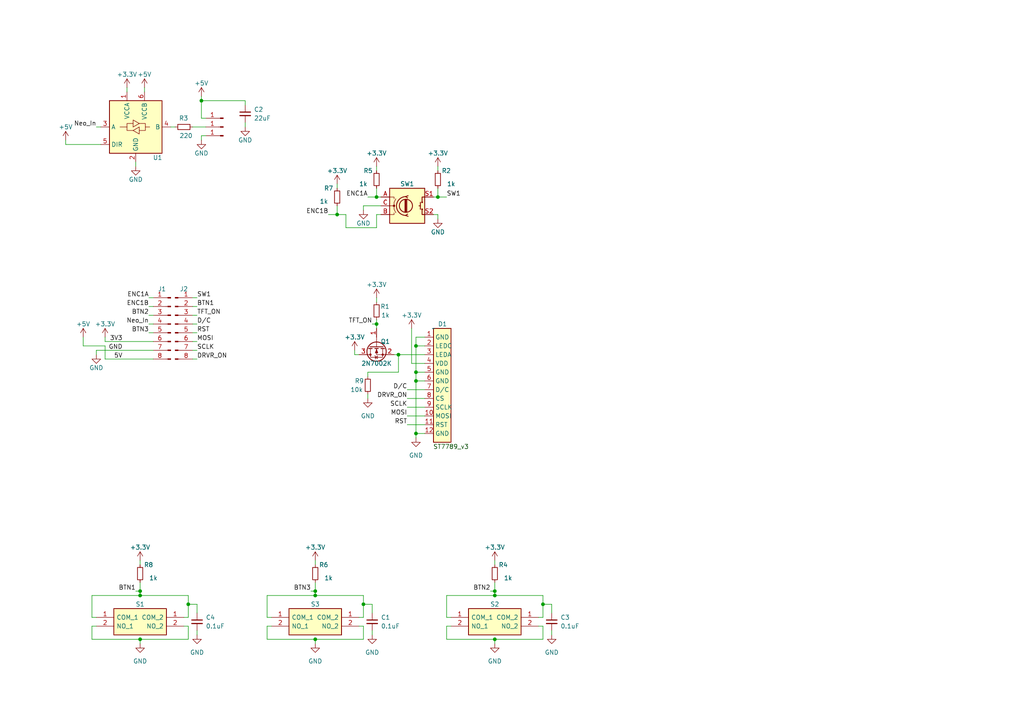
<source format=kicad_sch>
(kicad_sch (version 20230121) (generator eeschema)

  (uuid b1e3c834-bb56-4c69-9027-164f1aa2a5f5)

  (paper "A4")

  (lib_symbols
    (symbol "1.Custom_components:ST7789_V3_display" (in_bom yes) (on_board yes)
      (property "Reference" "D" (at 1.27 1.27 0)
        (effects (font (size 1.27 1.27)))
      )
      (property "Value" "" (at 0 0 0)
        (effects (font (size 1.27 1.27)))
      )
      (property "Footprint" "" (at 0 0 0)
        (effects (font (size 1.27 1.27)) hide)
      )
      (property "Datasheet" "" (at 0 0 0)
        (effects (font (size 1.27 1.27)) hide)
      )
      (symbol "ST7789_V3_display_1_1"
        (rectangle (start 0 0) (end 5.08 -33.02)
          (stroke (width 0.254) (type default))
          (fill (type background))
        )
        (text "ST7789_v3\n" (at 5.08 -34.29 0)
          (effects (font (size 1.27 1.27) (color 0 72 0 1)))
        )
        (pin input line (at -2.54 -2.54 0) (length 2.54)
          (name "GND" (effects (font (size 1.27 1.27))))
          (number "1" (effects (font (size 1.27 1.27))))
        )
        (pin input line (at -2.54 -25.4 0) (length 2.54)
          (name "MOSI" (effects (font (size 1.27 1.27))))
          (number "10" (effects (font (size 1.27 1.27))))
        )
        (pin input line (at -2.54 -27.94 0) (length 2.54)
          (name "RST" (effects (font (size 1.27 1.27))))
          (number "11" (effects (font (size 1.27 1.27))))
        )
        (pin input line (at -2.54 -30.48 0) (length 2.54)
          (name "GND" (effects (font (size 1.27 1.27))))
          (number "12" (effects (font (size 1.27 1.27))))
        )
        (pin input line (at -2.54 -5.08 0) (length 2.54)
          (name "LEDC" (effects (font (size 1.27 1.27))))
          (number "2" (effects (font (size 1.27 1.27))))
        )
        (pin input line (at -2.54 -7.62 0) (length 2.54)
          (name "LEDA" (effects (font (size 1.27 1.27))))
          (number "3" (effects (font (size 1.27 1.27))))
        )
        (pin input line (at -2.54 -10.16 0) (length 2.54)
          (name "VDD" (effects (font (size 1.27 1.27))))
          (number "4" (effects (font (size 1.27 1.27))))
        )
        (pin input line (at -2.54 -12.7 0) (length 2.54)
          (name "GND" (effects (font (size 1.27 1.27))))
          (number "5" (effects (font (size 1.27 1.27))))
        )
        (pin input line (at -2.54 -15.24 0) (length 2.54)
          (name "GND" (effects (font (size 1.27 1.27))))
          (number "6" (effects (font (size 1.27 1.27))))
        )
        (pin input line (at -2.54 -17.78 0) (length 2.54)
          (name "D/C" (effects (font (size 1.27 1.27))))
          (number "7" (effects (font (size 1.27 1.27))))
        )
        (pin input line (at -2.54 -20.32 0) (length 2.54)
          (name "CS" (effects (font (size 1.27 1.27))))
          (number "8" (effects (font (size 1.27 1.27))))
        )
        (pin input line (at -2.54 -22.86 0) (length 2.54)
          (name "SCLK" (effects (font (size 1.27 1.27))))
          (number "9" (effects (font (size 1.27 1.27))))
        )
      )
    )
    (symbol "1.Switch:RKB2SJM250SMTR_LFS" (pin_names (offset 0.762)) (in_bom yes) (on_board yes)
      (property "Reference" "S1" (at 7.62 1.27 0)
        (effects (font (size 1.27 1.27)))
      )
      (property "Value" "RKB2SJM250SMTR_LFS" (at 7.62 2.54 0)
        (effects (font (size 1.27 1.27)) hide)
      )
      (property "Footprint" "Button_Switch_SMD:SW_SPST_TL3342" (at 21.59 -16.51 0)
        (effects (font (size 1.27 1.27)) (justify left) hide)
      )
      (property "Datasheet" "https://www.ckswitches.com/media/3130/ck_rk_datasheet.pdf" (at 21.59 -19.05 0)
        (effects (font (size 1.27 1.27)) (justify left) hide)
      )
      (property "Description" "Tactile Switches J Bend SMT Term 180gf Force" (at 21.59 -21.59 0)
        (effects (font (size 1.27 1.27)) (justify left) hide)
      )
      (property "Height" "2.7" (at 21.59 -24.13 0)
        (effects (font (size 1.27 1.27)) (justify left) hide)
      )
      (property "Mouser Part Number" "611-RKB2SJM250SMTRLF" (at 21.59 -26.67 0)
        (effects (font (size 1.27 1.27)) (justify left) hide)
      )
      (property "Mouser Price/Stock" "https://www.mouser.co.uk/ProductDetail/CK/RKB2SJM250SMTR-LFS?qs=iLbezkQI%252Bsj518EgFgehgw%3D%3D" (at 21.59 -29.21 0)
        (effects (font (size 1.27 1.27)) (justify left) hide)
      )
      (property "Manufacturer_Name" "C & K COMPONENTS" (at 21.59 -31.75 0)
        (effects (font (size 1.27 1.27)) (justify left) hide)
      )
      (property "Manufacturer_Part_Number" "RKB2SJM250SMTR LFS" (at 21.59 -34.29 0)
        (effects (font (size 1.27 1.27)) (justify left) hide)
      )
      (property "ki_description" "Tactile Switches J Bend SMT Term 180gf Force" (at 0 0 0)
        (effects (font (size 1.27 1.27)) hide)
      )
      (symbol "RKB2SJM250SMTR_LFS_0_0"
        (pin passive line (at -5.08 -2.54 0) (length 5.08)
          (name "COM_1" (effects (font (size 1.27 1.27))))
          (number "1" (effects (font (size 1.27 1.27))))
        )
      )
      (symbol "RKB2SJM250SMTR_LFS_1_0"
        (pin passive line (at 20.32 -2.54 180) (length 5.08)
          (name "COM_2" (effects (font (size 1.27 1.27))))
          (number "1" (effects (font (size 1.27 1.27))))
        )
        (pin passive line (at -5.08 -5.08 0) (length 5.08)
          (name "NO_1" (effects (font (size 1.27 1.27))))
          (number "2" (effects (font (size 1.27 1.27))))
        )
        (pin passive line (at 20.32 -5.08 180) (length 5.08)
          (name "NO_2" (effects (font (size 1.27 1.27))))
          (number "2" (effects (font (size 1.27 1.27))))
        )
      )
      (symbol "RKB2SJM250SMTR_LFS_1_1"
        (polyline
          (pts
            (xy 0 0)
            (xy 15.24 0)
            (xy 15.24 -7.62)
            (xy 0 -7.62)
            (xy 0 0)
          )
          (stroke (width 0.254) (type solid))
          (fill (type background))
        )
      )
    )
    (symbol "Connector:Conn_01x01_Pin" (pin_names (offset 1.016) hide) (in_bom yes) (on_board yes)
      (property "Reference" "J" (at 0 2.54 0)
        (effects (font (size 1.27 1.27)))
      )
      (property "Value" "Conn_01x01_Pin" (at 0 -2.54 0)
        (effects (font (size 1.27 1.27)))
      )
      (property "Footprint" "" (at 0 0 0)
        (effects (font (size 1.27 1.27)) hide)
      )
      (property "Datasheet" "~" (at 0 0 0)
        (effects (font (size 1.27 1.27)) hide)
      )
      (property "ki_locked" "" (at 0 0 0)
        (effects (font (size 1.27 1.27)))
      )
      (property "ki_keywords" "connector" (at 0 0 0)
        (effects (font (size 1.27 1.27)) hide)
      )
      (property "ki_description" "Generic connector, single row, 01x01, script generated" (at 0 0 0)
        (effects (font (size 1.27 1.27)) hide)
      )
      (property "ki_fp_filters" "Connector*:*_1x??_*" (at 0 0 0)
        (effects (font (size 1.27 1.27)) hide)
      )
      (symbol "Conn_01x01_Pin_1_1"
        (polyline
          (pts
            (xy 1.27 0)
            (xy 0.8636 0)
          )
          (stroke (width 0.1524) (type default))
          (fill (type none))
        )
        (rectangle (start 0.8636 0.127) (end 0 -0.127)
          (stroke (width 0.1524) (type default))
          (fill (type outline))
        )
        (pin passive line (at 5.08 0 180) (length 3.81)
          (name "Pin_1" (effects (font (size 1.27 1.27))))
          (number "1" (effects (font (size 1.27 1.27))))
        )
      )
    )
    (symbol "Connector:Conn_01x08_Pin" (pin_names (offset 1.016) hide) (in_bom yes) (on_board yes)
      (property "Reference" "J" (at 0 10.16 0)
        (effects (font (size 1.27 1.27)))
      )
      (property "Value" "Conn_01x08_Pin" (at 0 -12.7 0)
        (effects (font (size 1.27 1.27)))
      )
      (property "Footprint" "" (at 0 0 0)
        (effects (font (size 1.27 1.27)) hide)
      )
      (property "Datasheet" "~" (at 0 0 0)
        (effects (font (size 1.27 1.27)) hide)
      )
      (property "ki_locked" "" (at 0 0 0)
        (effects (font (size 1.27 1.27)))
      )
      (property "ki_keywords" "connector" (at 0 0 0)
        (effects (font (size 1.27 1.27)) hide)
      )
      (property "ki_description" "Generic connector, single row, 01x08, script generated" (at 0 0 0)
        (effects (font (size 1.27 1.27)) hide)
      )
      (property "ki_fp_filters" "Connector*:*_1x??_*" (at 0 0 0)
        (effects (font (size 1.27 1.27)) hide)
      )
      (symbol "Conn_01x08_Pin_1_1"
        (polyline
          (pts
            (xy 1.27 -10.16)
            (xy 0.8636 -10.16)
          )
          (stroke (width 0.1524) (type default))
          (fill (type none))
        )
        (polyline
          (pts
            (xy 1.27 -7.62)
            (xy 0.8636 -7.62)
          )
          (stroke (width 0.1524) (type default))
          (fill (type none))
        )
        (polyline
          (pts
            (xy 1.27 -5.08)
            (xy 0.8636 -5.08)
          )
          (stroke (width 0.1524) (type default))
          (fill (type none))
        )
        (polyline
          (pts
            (xy 1.27 -2.54)
            (xy 0.8636 -2.54)
          )
          (stroke (width 0.1524) (type default))
          (fill (type none))
        )
        (polyline
          (pts
            (xy 1.27 0)
            (xy 0.8636 0)
          )
          (stroke (width 0.1524) (type default))
          (fill (type none))
        )
        (polyline
          (pts
            (xy 1.27 2.54)
            (xy 0.8636 2.54)
          )
          (stroke (width 0.1524) (type default))
          (fill (type none))
        )
        (polyline
          (pts
            (xy 1.27 5.08)
            (xy 0.8636 5.08)
          )
          (stroke (width 0.1524) (type default))
          (fill (type none))
        )
        (polyline
          (pts
            (xy 1.27 7.62)
            (xy 0.8636 7.62)
          )
          (stroke (width 0.1524) (type default))
          (fill (type none))
        )
        (rectangle (start 0.8636 -10.033) (end 0 -10.287)
          (stroke (width 0.1524) (type default))
          (fill (type outline))
        )
        (rectangle (start 0.8636 -7.493) (end 0 -7.747)
          (stroke (width 0.1524) (type default))
          (fill (type outline))
        )
        (rectangle (start 0.8636 -4.953) (end 0 -5.207)
          (stroke (width 0.1524) (type default))
          (fill (type outline))
        )
        (rectangle (start 0.8636 -2.413) (end 0 -2.667)
          (stroke (width 0.1524) (type default))
          (fill (type outline))
        )
        (rectangle (start 0.8636 0.127) (end 0 -0.127)
          (stroke (width 0.1524) (type default))
          (fill (type outline))
        )
        (rectangle (start 0.8636 2.667) (end 0 2.413)
          (stroke (width 0.1524) (type default))
          (fill (type outline))
        )
        (rectangle (start 0.8636 5.207) (end 0 4.953)
          (stroke (width 0.1524) (type default))
          (fill (type outline))
        )
        (rectangle (start 0.8636 7.747) (end 0 7.493)
          (stroke (width 0.1524) (type default))
          (fill (type outline))
        )
        (pin passive line (at 5.08 7.62 180) (length 3.81)
          (name "Pin_1" (effects (font (size 1.27 1.27))))
          (number "1" (effects (font (size 1.27 1.27))))
        )
        (pin passive line (at 5.08 5.08 180) (length 3.81)
          (name "Pin_2" (effects (font (size 1.27 1.27))))
          (number "2" (effects (font (size 1.27 1.27))))
        )
        (pin passive line (at 5.08 2.54 180) (length 3.81)
          (name "Pin_3" (effects (font (size 1.27 1.27))))
          (number "3" (effects (font (size 1.27 1.27))))
        )
        (pin passive line (at 5.08 0 180) (length 3.81)
          (name "Pin_4" (effects (font (size 1.27 1.27))))
          (number "4" (effects (font (size 1.27 1.27))))
        )
        (pin passive line (at 5.08 -2.54 180) (length 3.81)
          (name "Pin_5" (effects (font (size 1.27 1.27))))
          (number "5" (effects (font (size 1.27 1.27))))
        )
        (pin passive line (at 5.08 -5.08 180) (length 3.81)
          (name "Pin_6" (effects (font (size 1.27 1.27))))
          (number "6" (effects (font (size 1.27 1.27))))
        )
        (pin passive line (at 5.08 -7.62 180) (length 3.81)
          (name "Pin_7" (effects (font (size 1.27 1.27))))
          (number "7" (effects (font (size 1.27 1.27))))
        )
        (pin passive line (at 5.08 -10.16 180) (length 3.81)
          (name "Pin_8" (effects (font (size 1.27 1.27))))
          (number "8" (effects (font (size 1.27 1.27))))
        )
      )
    )
    (symbol "Device:C_Small" (pin_numbers hide) (pin_names (offset 0.254) hide) (in_bom yes) (on_board yes)
      (property "Reference" "C" (at 0.254 1.778 0)
        (effects (font (size 1.27 1.27)) (justify left))
      )
      (property "Value" "C_Small" (at 0.254 -2.032 0)
        (effects (font (size 1.27 1.27)) (justify left))
      )
      (property "Footprint" "" (at 0 0 0)
        (effects (font (size 1.27 1.27)) hide)
      )
      (property "Datasheet" "~" (at 0 0 0)
        (effects (font (size 1.27 1.27)) hide)
      )
      (property "ki_keywords" "capacitor cap" (at 0 0 0)
        (effects (font (size 1.27 1.27)) hide)
      )
      (property "ki_description" "Unpolarized capacitor, small symbol" (at 0 0 0)
        (effects (font (size 1.27 1.27)) hide)
      )
      (property "ki_fp_filters" "C_*" (at 0 0 0)
        (effects (font (size 1.27 1.27)) hide)
      )
      (symbol "C_Small_0_1"
        (polyline
          (pts
            (xy -1.524 -0.508)
            (xy 1.524 -0.508)
          )
          (stroke (width 0.3302) (type default))
          (fill (type none))
        )
        (polyline
          (pts
            (xy -1.524 0.508)
            (xy 1.524 0.508)
          )
          (stroke (width 0.3048) (type default))
          (fill (type none))
        )
      )
      (symbol "C_Small_1_1"
        (pin passive line (at 0 2.54 270) (length 2.032)
          (name "~" (effects (font (size 1.27 1.27))))
          (number "1" (effects (font (size 1.27 1.27))))
        )
        (pin passive line (at 0 -2.54 90) (length 2.032)
          (name "~" (effects (font (size 1.27 1.27))))
          (number "2" (effects (font (size 1.27 1.27))))
        )
      )
    )
    (symbol "Device:R_Small" (pin_numbers hide) (pin_names (offset 0.254) hide) (in_bom yes) (on_board yes)
      (property "Reference" "R" (at 0.762 0.508 0)
        (effects (font (size 1.27 1.27)) (justify left))
      )
      (property "Value" "R_Small" (at 0.762 -1.016 0)
        (effects (font (size 1.27 1.27)) (justify left))
      )
      (property "Footprint" "" (at 0 0 0)
        (effects (font (size 1.27 1.27)) hide)
      )
      (property "Datasheet" "~" (at 0 0 0)
        (effects (font (size 1.27 1.27)) hide)
      )
      (property "ki_keywords" "R resistor" (at 0 0 0)
        (effects (font (size 1.27 1.27)) hide)
      )
      (property "ki_description" "Resistor, small symbol" (at 0 0 0)
        (effects (font (size 1.27 1.27)) hide)
      )
      (property "ki_fp_filters" "R_*" (at 0 0 0)
        (effects (font (size 1.27 1.27)) hide)
      )
      (symbol "R_Small_0_1"
        (rectangle (start -0.762 1.778) (end 0.762 -1.778)
          (stroke (width 0.2032) (type default))
          (fill (type none))
        )
      )
      (symbol "R_Small_1_1"
        (pin passive line (at 0 2.54 270) (length 0.762)
          (name "~" (effects (font (size 1.27 1.27))))
          (number "1" (effects (font (size 1.27 1.27))))
        )
        (pin passive line (at 0 -2.54 90) (length 0.762)
          (name "~" (effects (font (size 1.27 1.27))))
          (number "2" (effects (font (size 1.27 1.27))))
        )
      )
    )
    (symbol "Device:RotaryEncoder_Switch" (pin_names (offset 0.254) hide) (in_bom yes) (on_board yes)
      (property "Reference" "SW" (at 0 6.604 0)
        (effects (font (size 1.27 1.27)))
      )
      (property "Value" "RotaryEncoder_Switch" (at 0 -6.604 0)
        (effects (font (size 1.27 1.27)))
      )
      (property "Footprint" "" (at -3.81 4.064 0)
        (effects (font (size 1.27 1.27)) hide)
      )
      (property "Datasheet" "~" (at 0 6.604 0)
        (effects (font (size 1.27 1.27)) hide)
      )
      (property "ki_keywords" "rotary switch encoder switch push button" (at 0 0 0)
        (effects (font (size 1.27 1.27)) hide)
      )
      (property "ki_description" "Rotary encoder, dual channel, incremental quadrate outputs, with switch" (at 0 0 0)
        (effects (font (size 1.27 1.27)) hide)
      )
      (property "ki_fp_filters" "RotaryEncoder*Switch*" (at 0 0 0)
        (effects (font (size 1.27 1.27)) hide)
      )
      (symbol "RotaryEncoder_Switch_0_1"
        (rectangle (start -5.08 5.08) (end 5.08 -5.08)
          (stroke (width 0.254) (type default))
          (fill (type background))
        )
        (circle (center -3.81 0) (radius 0.254)
          (stroke (width 0) (type default))
          (fill (type outline))
        )
        (circle (center -0.381 0) (radius 1.905)
          (stroke (width 0.254) (type default))
          (fill (type none))
        )
        (arc (start -0.381 2.667) (mid -3.0988 -0.0635) (end -0.381 -2.794)
          (stroke (width 0.254) (type default))
          (fill (type none))
        )
        (polyline
          (pts
            (xy -0.635 -1.778)
            (xy -0.635 1.778)
          )
          (stroke (width 0.254) (type default))
          (fill (type none))
        )
        (polyline
          (pts
            (xy -0.381 -1.778)
            (xy -0.381 1.778)
          )
          (stroke (width 0.254) (type default))
          (fill (type none))
        )
        (polyline
          (pts
            (xy -0.127 1.778)
            (xy -0.127 -1.778)
          )
          (stroke (width 0.254) (type default))
          (fill (type none))
        )
        (polyline
          (pts
            (xy 3.81 0)
            (xy 3.429 0)
          )
          (stroke (width 0.254) (type default))
          (fill (type none))
        )
        (polyline
          (pts
            (xy 3.81 1.016)
            (xy 3.81 -1.016)
          )
          (stroke (width 0.254) (type default))
          (fill (type none))
        )
        (polyline
          (pts
            (xy -5.08 -2.54)
            (xy -3.81 -2.54)
            (xy -3.81 -2.032)
          )
          (stroke (width 0) (type default))
          (fill (type none))
        )
        (polyline
          (pts
            (xy -5.08 2.54)
            (xy -3.81 2.54)
            (xy -3.81 2.032)
          )
          (stroke (width 0) (type default))
          (fill (type none))
        )
        (polyline
          (pts
            (xy 0.254 -3.048)
            (xy -0.508 -2.794)
            (xy 0.127 -2.413)
          )
          (stroke (width 0.254) (type default))
          (fill (type none))
        )
        (polyline
          (pts
            (xy 0.254 2.921)
            (xy -0.508 2.667)
            (xy 0.127 2.286)
          )
          (stroke (width 0.254) (type default))
          (fill (type none))
        )
        (polyline
          (pts
            (xy 5.08 -2.54)
            (xy 4.318 -2.54)
            (xy 4.318 -1.016)
          )
          (stroke (width 0.254) (type default))
          (fill (type none))
        )
        (polyline
          (pts
            (xy 5.08 2.54)
            (xy 4.318 2.54)
            (xy 4.318 1.016)
          )
          (stroke (width 0.254) (type default))
          (fill (type none))
        )
        (polyline
          (pts
            (xy -5.08 0)
            (xy -3.81 0)
            (xy -3.81 -1.016)
            (xy -3.302 -2.032)
          )
          (stroke (width 0) (type default))
          (fill (type none))
        )
        (polyline
          (pts
            (xy -4.318 0)
            (xy -3.81 0)
            (xy -3.81 1.016)
            (xy -3.302 2.032)
          )
          (stroke (width 0) (type default))
          (fill (type none))
        )
        (circle (center 4.318 -1.016) (radius 0.127)
          (stroke (width 0.254) (type default))
          (fill (type none))
        )
        (circle (center 4.318 1.016) (radius 0.127)
          (stroke (width 0.254) (type default))
          (fill (type none))
        )
      )
      (symbol "RotaryEncoder_Switch_1_1"
        (pin passive line (at -7.62 2.54 0) (length 2.54)
          (name "A" (effects (font (size 1.27 1.27))))
          (number "A" (effects (font (size 1.27 1.27))))
        )
        (pin passive line (at -7.62 -2.54 0) (length 2.54)
          (name "B" (effects (font (size 1.27 1.27))))
          (number "B" (effects (font (size 1.27 1.27))))
        )
        (pin passive line (at -7.62 0 0) (length 2.54)
          (name "C" (effects (font (size 1.27 1.27))))
          (number "C" (effects (font (size 1.27 1.27))))
        )
        (pin passive line (at 7.62 2.54 180) (length 2.54)
          (name "S1" (effects (font (size 1.27 1.27))))
          (number "S1" (effects (font (size 1.27 1.27))))
        )
        (pin passive line (at 7.62 -2.54 180) (length 2.54)
          (name "S2" (effects (font (size 1.27 1.27))))
          (number "S2" (effects (font (size 1.27 1.27))))
        )
      )
    )
    (symbol "Logic_LevelTranslator:SN74LVC1T45DCK" (in_bom yes) (on_board yes)
      (property "Reference" "U" (at -6.35 8.89 0)
        (effects (font (size 1.27 1.27)))
      )
      (property "Value" "SN74LVC1T45DCK" (at 3.81 8.89 0)
        (effects (font (size 1.27 1.27)) (justify left))
      )
      (property "Footprint" "Package_TO_SOT_SMD:SOT-363_SC-70-6" (at 0 -11.43 0)
        (effects (font (size 1.27 1.27)) hide)
      )
      (property "Datasheet" "http://www.ti.com/lit/ds/symlink/sn74lvc1t45.pdf" (at -22.86 -16.51 0)
        (effects (font (size 1.27 1.27)) hide)
      )
      (property "ki_keywords" "Level-Shifter CMOS-TTL-Translation" (at 0 0 0)
        (effects (font (size 1.27 1.27)) hide)
      )
      (property "ki_description" "Single-Bit Dual-Supply Bus Transceiver With Configurable Voltage Translation and 3-State Outputs, SOT-363" (at 0 0 0)
        (effects (font (size 1.27 1.27)) hide)
      )
      (property "ki_fp_filters" "*SC?70*" (at 0 0 0)
        (effects (font (size 1.27 1.27)) hide)
      )
      (symbol "SN74LVC1T45DCK_0_1"
        (rectangle (start -7.62 7.62) (end 7.62 -7.62)
          (stroke (width 0.254) (type default))
          (fill (type background))
        )
        (polyline
          (pts
            (xy -2.54 0)
            (xy -2.54 1.016)
            (xy -0.762 1.016)
          )
          (stroke (width 0) (type default))
          (fill (type none))
        )
        (polyline
          (pts
            (xy 2.794 0)
            (xy 2.794 -1.016)
            (xy 1.016 -1.016)
          )
          (stroke (width 0) (type default))
          (fill (type none))
        )
        (polyline
          (pts
            (xy -0.762 -1.016)
            (xy -2.54 -1.016)
            (xy -2.54 0)
            (xy -4.572 0)
          )
          (stroke (width 0) (type default))
          (fill (type none))
        )
        (polyline
          (pts
            (xy -0.762 0)
            (xy -0.762 2.032)
            (xy 1.016 1.016)
            (xy -0.762 0)
          )
          (stroke (width 0) (type default))
          (fill (type none))
        )
        (polyline
          (pts
            (xy 1.016 1.016)
            (xy 2.794 1.016)
            (xy 2.794 0)
            (xy 4.064 0)
          )
          (stroke (width 0) (type default))
          (fill (type none))
        )
        (polyline
          (pts
            (xy 1.016 0)
            (xy 1.016 -1.778)
            (xy 1.016 -2.032)
            (xy -0.762 -1.016)
            (xy 1.016 0)
          )
          (stroke (width 0) (type default))
          (fill (type none))
        )
      )
      (symbol "SN74LVC1T45DCK_1_1"
        (pin power_in line (at -2.54 10.16 270) (length 2.54)
          (name "VCCA" (effects (font (size 1.27 1.27))))
          (number "1" (effects (font (size 1.27 1.27))))
        )
        (pin power_in line (at 0 -10.16 90) (length 2.54)
          (name "GND" (effects (font (size 1.27 1.27))))
          (number "2" (effects (font (size 1.27 1.27))))
        )
        (pin bidirectional line (at -10.16 0 0) (length 2.54)
          (name "A" (effects (font (size 1.27 1.27))))
          (number "3" (effects (font (size 1.27 1.27))))
        )
        (pin bidirectional line (at 10.16 0 180) (length 2.54)
          (name "B" (effects (font (size 1.27 1.27))))
          (number "4" (effects (font (size 1.27 1.27))))
        )
        (pin input line (at -10.16 -5.08 0) (length 2.54)
          (name "DIR" (effects (font (size 1.27 1.27))))
          (number "5" (effects (font (size 1.27 1.27))))
        )
        (pin power_in line (at 2.54 10.16 270) (length 2.54)
          (name "VCCB" (effects (font (size 1.27 1.27))))
          (number "6" (effects (font (size 1.27 1.27))))
        )
      )
    )
    (symbol "Transistor_FET:2N7002K" (pin_names hide) (in_bom yes) (on_board yes)
      (property "Reference" "Q" (at 5.08 1.905 0)
        (effects (font (size 1.27 1.27)) (justify left))
      )
      (property "Value" "2N7002K" (at 5.08 0 0)
        (effects (font (size 1.27 1.27)) (justify left))
      )
      (property "Footprint" "Package_TO_SOT_SMD:SOT-23" (at 5.08 -1.905 0)
        (effects (font (size 1.27 1.27) italic) (justify left) hide)
      )
      (property "Datasheet" "https://www.diodes.com/assets/Datasheets/ds30896.pdf" (at 0 0 0)
        (effects (font (size 1.27 1.27)) (justify left) hide)
      )
      (property "ki_keywords" "N-Channel MOSFET" (at 0 0 0)
        (effects (font (size 1.27 1.27)) hide)
      )
      (property "ki_description" "0.38A Id, 60V Vds, N-Channel MOSFET, SOT-23" (at 0 0 0)
        (effects (font (size 1.27 1.27)) hide)
      )
      (property "ki_fp_filters" "SOT?23*" (at 0 0 0)
        (effects (font (size 1.27 1.27)) hide)
      )
      (symbol "2N7002K_0_1"
        (polyline
          (pts
            (xy 0.254 0)
            (xy -2.54 0)
          )
          (stroke (width 0) (type default))
          (fill (type none))
        )
        (polyline
          (pts
            (xy 0.254 1.905)
            (xy 0.254 -1.905)
          )
          (stroke (width 0.254) (type default))
          (fill (type none))
        )
        (polyline
          (pts
            (xy 0.762 -1.27)
            (xy 0.762 -2.286)
          )
          (stroke (width 0.254) (type default))
          (fill (type none))
        )
        (polyline
          (pts
            (xy 0.762 0.508)
            (xy 0.762 -0.508)
          )
          (stroke (width 0.254) (type default))
          (fill (type none))
        )
        (polyline
          (pts
            (xy 0.762 2.286)
            (xy 0.762 1.27)
          )
          (stroke (width 0.254) (type default))
          (fill (type none))
        )
        (polyline
          (pts
            (xy 2.54 2.54)
            (xy 2.54 1.778)
          )
          (stroke (width 0) (type default))
          (fill (type none))
        )
        (polyline
          (pts
            (xy 2.54 -2.54)
            (xy 2.54 0)
            (xy 0.762 0)
          )
          (stroke (width 0) (type default))
          (fill (type none))
        )
        (polyline
          (pts
            (xy 0.762 -1.778)
            (xy 3.302 -1.778)
            (xy 3.302 1.778)
            (xy 0.762 1.778)
          )
          (stroke (width 0) (type default))
          (fill (type none))
        )
        (polyline
          (pts
            (xy 1.016 0)
            (xy 2.032 0.381)
            (xy 2.032 -0.381)
            (xy 1.016 0)
          )
          (stroke (width 0) (type default))
          (fill (type outline))
        )
        (polyline
          (pts
            (xy 2.794 0.508)
            (xy 2.921 0.381)
            (xy 3.683 0.381)
            (xy 3.81 0.254)
          )
          (stroke (width 0) (type default))
          (fill (type none))
        )
        (polyline
          (pts
            (xy 3.302 0.381)
            (xy 2.921 -0.254)
            (xy 3.683 -0.254)
            (xy 3.302 0.381)
          )
          (stroke (width 0) (type default))
          (fill (type none))
        )
        (circle (center 1.651 0) (radius 2.794)
          (stroke (width 0.254) (type default))
          (fill (type none))
        )
        (circle (center 2.54 -1.778) (radius 0.254)
          (stroke (width 0) (type default))
          (fill (type outline))
        )
        (circle (center 2.54 1.778) (radius 0.254)
          (stroke (width 0) (type default))
          (fill (type outline))
        )
      )
      (symbol "2N7002K_1_1"
        (pin input line (at -5.08 0 0) (length 2.54)
          (name "G" (effects (font (size 1.27 1.27))))
          (number "1" (effects (font (size 1.27 1.27))))
        )
        (pin passive line (at 2.54 -5.08 90) (length 2.54)
          (name "S" (effects (font (size 1.27 1.27))))
          (number "2" (effects (font (size 1.27 1.27))))
        )
        (pin passive line (at 2.54 5.08 270) (length 2.54)
          (name "D" (effects (font (size 1.27 1.27))))
          (number "3" (effects (font (size 1.27 1.27))))
        )
      )
    )
    (symbol "power:+3.3V" (power) (pin_names (offset 0)) (in_bom yes) (on_board yes)
      (property "Reference" "#PWR" (at 0 -3.81 0)
        (effects (font (size 1.27 1.27)) hide)
      )
      (property "Value" "+3.3V" (at 0 3.556 0)
        (effects (font (size 1.27 1.27)))
      )
      (property "Footprint" "" (at 0 0 0)
        (effects (font (size 1.27 1.27)) hide)
      )
      (property "Datasheet" "" (at 0 0 0)
        (effects (font (size 1.27 1.27)) hide)
      )
      (property "ki_keywords" "global power" (at 0 0 0)
        (effects (font (size 1.27 1.27)) hide)
      )
      (property "ki_description" "Power symbol creates a global label with name \"+3.3V\"" (at 0 0 0)
        (effects (font (size 1.27 1.27)) hide)
      )
      (symbol "+3.3V_0_1"
        (polyline
          (pts
            (xy -0.762 1.27)
            (xy 0 2.54)
          )
          (stroke (width 0) (type default))
          (fill (type none))
        )
        (polyline
          (pts
            (xy 0 0)
            (xy 0 2.54)
          )
          (stroke (width 0) (type default))
          (fill (type none))
        )
        (polyline
          (pts
            (xy 0 2.54)
            (xy 0.762 1.27)
          )
          (stroke (width 0) (type default))
          (fill (type none))
        )
      )
      (symbol "+3.3V_1_1"
        (pin power_in line (at 0 0 90) (length 0) hide
          (name "+3.3V" (effects (font (size 1.27 1.27))))
          (number "1" (effects (font (size 1.27 1.27))))
        )
      )
    )
    (symbol "power:+5V" (power) (pin_names (offset 0)) (in_bom yes) (on_board yes)
      (property "Reference" "#PWR" (at 0 -3.81 0)
        (effects (font (size 1.27 1.27)) hide)
      )
      (property "Value" "+5V" (at 0 3.556 0)
        (effects (font (size 1.27 1.27)))
      )
      (property "Footprint" "" (at 0 0 0)
        (effects (font (size 1.27 1.27)) hide)
      )
      (property "Datasheet" "" (at 0 0 0)
        (effects (font (size 1.27 1.27)) hide)
      )
      (property "ki_keywords" "global power" (at 0 0 0)
        (effects (font (size 1.27 1.27)) hide)
      )
      (property "ki_description" "Power symbol creates a global label with name \"+5V\"" (at 0 0 0)
        (effects (font (size 1.27 1.27)) hide)
      )
      (symbol "+5V_0_1"
        (polyline
          (pts
            (xy -0.762 1.27)
            (xy 0 2.54)
          )
          (stroke (width 0) (type default))
          (fill (type none))
        )
        (polyline
          (pts
            (xy 0 0)
            (xy 0 2.54)
          )
          (stroke (width 0) (type default))
          (fill (type none))
        )
        (polyline
          (pts
            (xy 0 2.54)
            (xy 0.762 1.27)
          )
          (stroke (width 0) (type default))
          (fill (type none))
        )
      )
      (symbol "+5V_1_1"
        (pin power_in line (at 0 0 90) (length 0) hide
          (name "+5V" (effects (font (size 1.27 1.27))))
          (number "1" (effects (font (size 1.27 1.27))))
        )
      )
    )
    (symbol "power:GND" (power) (pin_names (offset 0)) (in_bom yes) (on_board yes)
      (property "Reference" "#PWR" (at 0 -6.35 0)
        (effects (font (size 1.27 1.27)) hide)
      )
      (property "Value" "GND" (at 0 -3.81 0)
        (effects (font (size 1.27 1.27)))
      )
      (property "Footprint" "" (at 0 0 0)
        (effects (font (size 1.27 1.27)) hide)
      )
      (property "Datasheet" "" (at 0 0 0)
        (effects (font (size 1.27 1.27)) hide)
      )
      (property "ki_keywords" "global power" (at 0 0 0)
        (effects (font (size 1.27 1.27)) hide)
      )
      (property "ki_description" "Power symbol creates a global label with name \"GND\" , ground" (at 0 0 0)
        (effects (font (size 1.27 1.27)) hide)
      )
      (symbol "GND_0_1"
        (polyline
          (pts
            (xy 0 0)
            (xy 0 -1.27)
            (xy 1.27 -1.27)
            (xy 0 -2.54)
            (xy -1.27 -1.27)
            (xy 0 -1.27)
          )
          (stroke (width 0) (type default))
          (fill (type none))
        )
      )
      (symbol "GND_1_1"
        (pin power_in line (at 0 0 270) (length 0) hide
          (name "GND" (effects (font (size 1.27 1.27))))
          (number "1" (effects (font (size 1.27 1.27))))
        )
      )
    )
  )

  (junction (at 54.61 175.26) (diameter 0) (color 0 0 0 0)
    (uuid 0a1fd31f-335b-4b1c-b3c0-09d9084c3644)
  )
  (junction (at 91.44 172.72) (diameter 0) (color 0 0 0 0)
    (uuid 0a6941af-c35c-4bd0-97d0-6f07f9d44381)
  )
  (junction (at 97.79 62.23) (diameter 0) (color 0 0 0 0)
    (uuid 0d7d515a-0a19-40b0-acca-46c2a5499cb0)
  )
  (junction (at 157.48 175.26) (diameter 0) (color 0 0 0 0)
    (uuid 1a00503c-d8c8-4c2a-8c27-0ca343fec3d4)
  )
  (junction (at 120.65 110.49) (diameter 0) (color 0 0 0 0)
    (uuid 22f17d1e-8f88-446a-8ac3-dde6dc6c0df4)
  )
  (junction (at 40.64 172.72) (diameter 0) (color 0 0 0 0)
    (uuid 464b8cd2-728e-4e21-8d58-12c932400be9)
  )
  (junction (at 105.41 175.26) (diameter 0) (color 0 0 0 0)
    (uuid 4ee75e6c-4fd3-4db1-aba6-6428eaaad6af)
  )
  (junction (at 120.65 125.73) (diameter 0) (color 0 0 0 0)
    (uuid 4f892a7d-8ec2-47c9-82e9-e77e173db4d0)
  )
  (junction (at 120.65 107.95) (diameter 0) (color 0 0 0 0)
    (uuid 5608b262-2868-49db-bafe-c992b71dfbf9)
  )
  (junction (at 40.64 171.45) (diameter 0) (color 0 0 0 0)
    (uuid 5a0989dd-fdda-469d-9b0c-a51157c36669)
  )
  (junction (at 143.51 172.72) (diameter 0) (color 0 0 0 0)
    (uuid 635a056a-fae9-4953-a8b8-c77d3aa68025)
  )
  (junction (at 58.42 29.21) (diameter 0) (color 0 0 0 0)
    (uuid 6f0a8dd9-5a14-4058-863e-90ff8701bd2e)
  )
  (junction (at 143.51 185.42) (diameter 0) (color 0 0 0 0)
    (uuid 737e9355-f366-4190-8264-1534d8d0424a)
  )
  (junction (at 109.22 57.15) (diameter 0) (color 0 0 0 0)
    (uuid 7bd5b561-5108-47aa-b6f3-1fb9e2084d9f)
  )
  (junction (at 91.44 185.42) (diameter 0) (color 0 0 0 0)
    (uuid 7f135aca-2708-4739-8c07-94da355b4943)
  )
  (junction (at 40.64 185.42) (diameter 0) (color 0 0 0 0)
    (uuid a4be0498-f115-4cf7-8dbe-7b423f56862b)
  )
  (junction (at 127 57.15) (diameter 0) (color 0 0 0 0)
    (uuid afaa993c-2e00-4532-a468-111b1d4476ca)
  )
  (junction (at 143.51 171.45) (diameter 0) (color 0 0 0 0)
    (uuid b1f7af0b-6f00-4185-9d1b-31f34a758fb3)
  )
  (junction (at 109.22 93.98) (diameter 0) (color 0 0 0 0)
    (uuid dd340472-3d28-4323-a861-38ac93fd0a87)
  )
  (junction (at 115.57 102.87) (diameter 0) (color 0 0 0 0)
    (uuid e1eaa8af-f9f4-4914-b6c0-8d3a92046599)
  )
  (junction (at 120.65 100.33) (diameter 0) (color 0 0 0 0)
    (uuid ef6cdc96-b7b4-42a1-a418-fe33c5094d34)
  )
  (junction (at 91.44 171.45) (diameter 0) (color 0 0 0 0)
    (uuid f3e03b8b-3759-4e65-9e32-61253af46ec3)
  )

  (wire (pts (xy 105.41 175.26) (xy 105.41 179.07))
    (stroke (width 0) (type default))
    (uuid 0439fdda-6cc1-4fa8-a146-5c46dbe57fa5)
  )
  (wire (pts (xy 129.54 181.61) (xy 130.81 181.61))
    (stroke (width 0) (type default))
    (uuid 06c2e2b6-4f08-476b-ad70-1332a3c83a0a)
  )
  (wire (pts (xy 157.48 175.26) (xy 157.48 179.07))
    (stroke (width 0) (type default))
    (uuid 07be814e-c95e-4ace-819a-38bd2377b217)
  )
  (wire (pts (xy 143.51 172.72) (xy 157.48 172.72))
    (stroke (width 0) (type default))
    (uuid 0815533f-f6a9-4a1f-be3b-ec772bd3f9c7)
  )
  (wire (pts (xy 106.68 107.95) (xy 115.57 107.95))
    (stroke (width 0) (type default))
    (uuid 089ef18d-2353-4556-9d00-c9e20684cd52)
  )
  (wire (pts (xy 19.05 40.64) (xy 19.05 41.91))
    (stroke (width 0) (type default))
    (uuid 09436d05-d207-4749-88a3-3a7aa9c3207e)
  )
  (wire (pts (xy 58.42 27.94) (xy 58.42 29.21))
    (stroke (width 0) (type default))
    (uuid 0adc99b3-4c40-4915-8913-a31dfa0bb14f)
  )
  (wire (pts (xy 118.11 113.03) (xy 123.19 113.03))
    (stroke (width 0) (type default))
    (uuid 0f7c0230-d547-4c1e-9a0f-d9aaf7de5802)
  )
  (wire (pts (xy 40.64 171.45) (xy 40.64 172.72))
    (stroke (width 0) (type default))
    (uuid 0f9cf622-00ee-4622-8fba-b3b72a41b6ba)
  )
  (wire (pts (xy 115.57 102.87) (xy 123.19 102.87))
    (stroke (width 0) (type default))
    (uuid 11720466-275d-47dc-8122-7a30f2a36e95)
  )
  (wire (pts (xy 143.51 171.45) (xy 143.51 172.72))
    (stroke (width 0) (type default))
    (uuid 1221f1d4-7aa3-4e0d-9e03-cb3c6053eb21)
  )
  (wire (pts (xy 57.15 177.8) (xy 57.15 175.26))
    (stroke (width 0) (type default))
    (uuid 135264d5-8c6e-4e4b-837d-206621e369ca)
  )
  (wire (pts (xy 123.19 107.95) (xy 120.65 107.95))
    (stroke (width 0) (type default))
    (uuid 1376bf3a-48f6-441b-9403-876aaa1d55d0)
  )
  (wire (pts (xy 78.74 179.07) (xy 77.47 179.07))
    (stroke (width 0) (type default))
    (uuid 1586ba5f-2ecd-4b98-afc4-2f4247b0161f)
  )
  (wire (pts (xy 120.65 100.33) (xy 120.65 107.95))
    (stroke (width 0) (type default))
    (uuid 15dd2a32-3392-45bf-8e9d-59e68f1ff71a)
  )
  (wire (pts (xy 53.34 181.61) (xy 54.61 181.61))
    (stroke (width 0) (type default))
    (uuid 15de6c59-5469-465c-84da-0e4e8f9e9bce)
  )
  (wire (pts (xy 27.94 179.07) (xy 26.67 179.07))
    (stroke (width 0) (type default))
    (uuid 1904cc45-647a-404e-bcf4-57cfa7f2a796)
  )
  (wire (pts (xy 43.18 91.44) (xy 44.45 91.44))
    (stroke (width 0) (type default))
    (uuid 1a2962c0-0863-4842-989c-1a2c39708a0c)
  )
  (wire (pts (xy 91.44 171.45) (xy 91.44 172.72))
    (stroke (width 0) (type default))
    (uuid 1abb1e61-fa3e-4539-bac6-e74a2484c237)
  )
  (wire (pts (xy 143.51 185.42) (xy 143.51 186.69))
    (stroke (width 0) (type default))
    (uuid 1b48aeea-7f75-4d98-af74-571797604f26)
  )
  (wire (pts (xy 58.42 29.21) (xy 58.42 34.29))
    (stroke (width 0) (type default))
    (uuid 1d652763-7803-4b81-8a46-f9234f1e6737)
  )
  (wire (pts (xy 109.22 86.36) (xy 109.22 87.63))
    (stroke (width 0) (type default))
    (uuid 23d0cc8b-e270-401c-b4f9-bec196c57093)
  )
  (wire (pts (xy 127 62.23) (xy 127 63.5))
    (stroke (width 0) (type default))
    (uuid 26a27d55-7695-40b1-ad12-bb6327fd5c50)
  )
  (wire (pts (xy 157.48 179.07) (xy 156.21 179.07))
    (stroke (width 0) (type default))
    (uuid 2724f45c-b242-4097-9d3f-2885af68c6f0)
  )
  (wire (pts (xy 123.19 105.41) (xy 119.38 105.41))
    (stroke (width 0) (type default))
    (uuid 28860d5b-e8f6-412e-8fa9-92375ba2834b)
  )
  (wire (pts (xy 26.67 185.42) (xy 26.67 181.61))
    (stroke (width 0) (type default))
    (uuid 295cc9d3-6228-4688-939c-5783eea4d98a)
  )
  (wire (pts (xy 30.48 104.14) (xy 44.45 104.14))
    (stroke (width 0) (type default))
    (uuid 2ab31b2e-6e6c-4ec7-b8fd-e8ff7b5f86ab)
  )
  (wire (pts (xy 120.65 107.95) (xy 120.65 110.49))
    (stroke (width 0) (type default))
    (uuid 2bd52723-ab7d-4d0a-8cec-fa939f3518d2)
  )
  (wire (pts (xy 104.14 181.61) (xy 105.41 181.61))
    (stroke (width 0) (type default))
    (uuid 2d0d92b6-c870-406d-b95e-d2250a91ad5f)
  )
  (wire (pts (xy 97.79 53.34) (xy 97.79 54.61))
    (stroke (width 0) (type default))
    (uuid 2f39baf2-c40e-43dd-842b-69e166e334c3)
  )
  (wire (pts (xy 129.54 179.07) (xy 129.54 172.72))
    (stroke (width 0) (type default))
    (uuid 3006e1dd-f384-4c3c-b3ff-64f752ee3f5c)
  )
  (wire (pts (xy 129.54 172.72) (xy 143.51 172.72))
    (stroke (width 0) (type default))
    (uuid 32338cf1-b229-47ce-858f-0d55be60fd41)
  )
  (wire (pts (xy 143.51 168.91) (xy 143.51 171.45))
    (stroke (width 0) (type default))
    (uuid 3662c79b-4a7e-4294-a743-7f4715d64d84)
  )
  (wire (pts (xy 105.41 185.42) (xy 91.44 185.42))
    (stroke (width 0) (type default))
    (uuid 3790693f-b1fe-4814-b53f-ff3bcadddab7)
  )
  (wire (pts (xy 142.24 171.45) (xy 143.51 171.45))
    (stroke (width 0) (type default))
    (uuid 37aa562f-c9cd-4caa-a813-2b5daaa2db3d)
  )
  (wire (pts (xy 71.12 35.56) (xy 71.12 36.83))
    (stroke (width 0) (type default))
    (uuid 3ae1ef4b-237e-4801-a16e-bfd0af33d403)
  )
  (wire (pts (xy 123.19 125.73) (xy 120.65 125.73))
    (stroke (width 0) (type default))
    (uuid 3ebc1c5c-5914-4035-a4a5-25a712786ca8)
  )
  (wire (pts (xy 39.37 171.45) (xy 40.64 171.45))
    (stroke (width 0) (type default))
    (uuid 4226c642-1ee2-4c51-80b9-ec33b2b5306d)
  )
  (wire (pts (xy 125.73 62.23) (xy 127 62.23))
    (stroke (width 0) (type default))
    (uuid 47af57aa-37a2-4310-ae53-4d4737fe5e2d)
  )
  (wire (pts (xy 57.15 104.14) (xy 55.88 104.14))
    (stroke (width 0) (type default))
    (uuid 4c422a5f-9a58-49e7-88ce-14771b82849c)
  )
  (wire (pts (xy 57.15 175.26) (xy 54.61 175.26))
    (stroke (width 0) (type default))
    (uuid 4e269fef-7d1d-42e6-815f-d3d73649b136)
  )
  (wire (pts (xy 77.47 181.61) (xy 78.74 181.61))
    (stroke (width 0) (type default))
    (uuid 4e7b6df9-7fec-4d6e-bf35-c4b91a794188)
  )
  (wire (pts (xy 107.95 175.26) (xy 105.41 175.26))
    (stroke (width 0) (type default))
    (uuid 51f979da-d920-43fa-9786-a30dd0eae7ca)
  )
  (wire (pts (xy 40.64 172.72) (xy 54.61 172.72))
    (stroke (width 0) (type default))
    (uuid 52ae9ad6-0e36-48b1-991e-4102a2ab1590)
  )
  (wire (pts (xy 109.22 66.04) (xy 109.22 62.23))
    (stroke (width 0) (type default))
    (uuid 538c0035-56dc-4c15-aff9-6426f3125f6d)
  )
  (wire (pts (xy 143.51 162.56) (xy 143.51 163.83))
    (stroke (width 0) (type default))
    (uuid 53ad5262-2d2a-4937-afd8-d578f8c13440)
  )
  (wire (pts (xy 26.67 172.72) (xy 40.64 172.72))
    (stroke (width 0) (type default))
    (uuid 5dde73a9-f9e3-4e27-96c2-edaba5de48a1)
  )
  (wire (pts (xy 91.44 185.42) (xy 91.44 186.69))
    (stroke (width 0) (type default))
    (uuid 5f28417a-9e54-4104-8d97-8758b4ec1dcc)
  )
  (wire (pts (xy 110.49 57.15) (xy 109.22 57.15))
    (stroke (width 0) (type default))
    (uuid 60361076-baf4-46e4-9019-8bc0c866a6e0)
  )
  (wire (pts (xy 127 57.15) (xy 129.54 57.15))
    (stroke (width 0) (type default))
    (uuid 613056d5-99fd-4b4d-938c-0f0aa2b98edc)
  )
  (wire (pts (xy 57.15 86.36) (xy 55.88 86.36))
    (stroke (width 0) (type default))
    (uuid 6236ce51-55d6-486a-938c-7cb5da3d21b3)
  )
  (wire (pts (xy 160.02 177.8) (xy 160.02 175.26))
    (stroke (width 0) (type default))
    (uuid 6430b7ee-0935-4938-999b-0c0c176028b3)
  )
  (wire (pts (xy 109.22 93.98) (xy 109.22 95.25))
    (stroke (width 0) (type default))
    (uuid 6447fe85-1c27-45ee-ac39-4130717c1bef)
  )
  (wire (pts (xy 58.42 39.37) (xy 58.42 40.64))
    (stroke (width 0) (type default))
    (uuid 653567a1-acf2-4361-b284-0385c8f1281f)
  )
  (wire (pts (xy 57.15 93.98) (xy 55.88 93.98))
    (stroke (width 0) (type default))
    (uuid 65662a35-9988-49a8-95b2-1bb15fc57c02)
  )
  (wire (pts (xy 129.54 185.42) (xy 129.54 181.61))
    (stroke (width 0) (type default))
    (uuid 6d2173b1-4f01-461a-8a21-c480b0b86d15)
  )
  (wire (pts (xy 110.49 59.69) (xy 105.41 59.69))
    (stroke (width 0) (type default))
    (uuid 6de8c06c-9191-431e-a91c-2c1c03ced069)
  )
  (wire (pts (xy 71.12 30.48) (xy 71.12 29.21))
    (stroke (width 0) (type default))
    (uuid 6fd417d3-b27c-4699-a564-9a9db55a03a8)
  )
  (wire (pts (xy 118.11 120.65) (xy 123.19 120.65))
    (stroke (width 0) (type default))
    (uuid 71eb68c6-9680-428e-b0c6-8a6b790fe091)
  )
  (wire (pts (xy 105.41 172.72) (xy 105.41 175.26))
    (stroke (width 0) (type default))
    (uuid 7373a2f9-41c9-45f8-b0a9-caf66ea1102f)
  )
  (wire (pts (xy 57.15 99.06) (xy 55.88 99.06))
    (stroke (width 0) (type default))
    (uuid 7378c37d-cbac-4c77-b72d-736acd8985d3)
  )
  (wire (pts (xy 39.37 48.26) (xy 39.37 46.99))
    (stroke (width 0) (type default))
    (uuid 755cc0ab-35dc-4763-8f30-088b56ad87bf)
  )
  (wire (pts (xy 105.41 59.69) (xy 105.41 60.96))
    (stroke (width 0) (type default))
    (uuid 76b18906-0e90-4849-b665-9b874090141f)
  )
  (wire (pts (xy 127 48.26) (xy 127 49.53))
    (stroke (width 0) (type default))
    (uuid 79a165a7-65ed-4b24-bfdb-3186255f0b72)
  )
  (wire (pts (xy 109.22 48.26) (xy 109.22 49.53))
    (stroke (width 0) (type default))
    (uuid 7eedde0c-b82f-4f1e-b1cf-21701b51a767)
  )
  (wire (pts (xy 40.64 168.91) (xy 40.64 171.45))
    (stroke (width 0) (type default))
    (uuid 80c2282c-bed5-4064-a302-9c9a703c1c23)
  )
  (wire (pts (xy 26.67 181.61) (xy 27.94 181.61))
    (stroke (width 0) (type default))
    (uuid 80dc2e62-bd7c-49aa-ab76-b467395c44d2)
  )
  (wire (pts (xy 27.94 102.87) (xy 27.94 101.6))
    (stroke (width 0) (type default))
    (uuid 82268f4b-e574-4ed7-8f4f-9fd6f04e351b)
  )
  (wire (pts (xy 109.22 57.15) (xy 106.68 57.15))
    (stroke (width 0) (type default))
    (uuid 823f0e18-c74e-43aa-956d-2aa14d30c824)
  )
  (wire (pts (xy 120.65 100.33) (xy 123.19 100.33))
    (stroke (width 0) (type default))
    (uuid 8415677b-b212-408a-b6bf-cc93232eabda)
  )
  (wire (pts (xy 114.3 102.87) (xy 115.57 102.87))
    (stroke (width 0) (type default))
    (uuid 8459a3f8-be2a-4e5e-abbd-7ee25c7c92d5)
  )
  (wire (pts (xy 40.64 185.42) (xy 40.64 186.69))
    (stroke (width 0) (type default))
    (uuid 871c5cab-ab4f-43be-93af-bac10350a42d)
  )
  (wire (pts (xy 104.14 102.87) (xy 102.87 102.87))
    (stroke (width 0) (type default))
    (uuid 87c83b8f-ffa4-4fd4-8fff-6b11fddaf82d)
  )
  (wire (pts (xy 57.15 91.44) (xy 55.88 91.44))
    (stroke (width 0) (type default))
    (uuid 8848c344-a6f8-4ed3-96d5-196fcbe99b86)
  )
  (wire (pts (xy 57.15 88.9) (xy 55.88 88.9))
    (stroke (width 0) (type default))
    (uuid 886c769c-0c83-40f5-afba-910c3efb2ef4)
  )
  (wire (pts (xy 24.13 97.79) (xy 24.13 100.33))
    (stroke (width 0) (type default))
    (uuid 8a985e6f-b86b-4cbd-af1a-dcdc84f94bea)
  )
  (wire (pts (xy 30.48 100.33) (xy 30.48 104.14))
    (stroke (width 0) (type default))
    (uuid 8af7cce1-6f2f-4716-9b3b-c95873d0a544)
  )
  (wire (pts (xy 100.33 62.23) (xy 100.33 66.04))
    (stroke (width 0) (type default))
    (uuid 8ba733cf-7b4f-43c1-94eb-fcddb09f44e8)
  )
  (wire (pts (xy 123.19 110.49) (xy 120.65 110.49))
    (stroke (width 0) (type default))
    (uuid 8dc18d9a-2f05-4601-8a29-413eb7ee0668)
  )
  (wire (pts (xy 57.15 101.6) (xy 55.88 101.6))
    (stroke (width 0) (type default))
    (uuid 9103fc7e-f137-4b04-b7a3-0265c7ee03b8)
  )
  (wire (pts (xy 41.91 25.4) (xy 41.91 26.67))
    (stroke (width 0) (type default))
    (uuid 9387a34b-2725-42f0-90d1-4f48ade8dbc0)
  )
  (wire (pts (xy 97.79 62.23) (xy 100.33 62.23))
    (stroke (width 0) (type default))
    (uuid 94d86e26-4771-4356-bb51-a1ef31b252cc)
  )
  (wire (pts (xy 157.48 172.72) (xy 157.48 175.26))
    (stroke (width 0) (type default))
    (uuid 97cd9138-481b-4a88-a3de-6e777237f46e)
  )
  (wire (pts (xy 106.68 109.22) (xy 106.68 107.95))
    (stroke (width 0) (type default))
    (uuid 99622087-0caf-40dc-b122-244c1d058f0b)
  )
  (wire (pts (xy 109.22 92.71) (xy 109.22 93.98))
    (stroke (width 0) (type default))
    (uuid 99bdab82-4ac0-4eeb-bda5-e7b2b691baa4)
  )
  (wire (pts (xy 91.44 168.91) (xy 91.44 171.45))
    (stroke (width 0) (type default))
    (uuid 99de9372-0023-4441-a09a-d680b6503be4)
  )
  (wire (pts (xy 24.13 100.33) (xy 30.48 100.33))
    (stroke (width 0) (type default))
    (uuid 9bb288fc-e37d-4c66-809e-322af0d667b9)
  )
  (wire (pts (xy 54.61 185.42) (xy 40.64 185.42))
    (stroke (width 0) (type default))
    (uuid 9e7cb8e3-dad4-4066-928d-16913778e24c)
  )
  (wire (pts (xy 26.67 179.07) (xy 26.67 172.72))
    (stroke (width 0) (type default))
    (uuid a357eaa5-e09c-4345-ae84-5ce979ffefd2)
  )
  (wire (pts (xy 109.22 54.61) (xy 109.22 57.15))
    (stroke (width 0) (type default))
    (uuid a5ac024d-5d62-4576-9982-9d5e527bf009)
  )
  (wire (pts (xy 27.94 36.83) (xy 29.21 36.83))
    (stroke (width 0) (type default))
    (uuid a64f4f84-c674-4c6d-b5b0-1a6c273878d5)
  )
  (wire (pts (xy 50.8 36.83) (xy 49.53 36.83))
    (stroke (width 0) (type default))
    (uuid a6b99c84-3255-473c-823e-88d8d983b6f4)
  )
  (wire (pts (xy 109.22 62.23) (xy 110.49 62.23))
    (stroke (width 0) (type default))
    (uuid a72ca549-02e1-4e44-ab4d-f109a93320aa)
  )
  (wire (pts (xy 58.42 29.21) (xy 71.12 29.21))
    (stroke (width 0) (type default))
    (uuid a865dd57-5966-4358-a1c3-bcd5e19a01df)
  )
  (wire (pts (xy 54.61 181.61) (xy 54.61 185.42))
    (stroke (width 0) (type default))
    (uuid aa61f669-0029-4e5b-b0b9-86416bbd449c)
  )
  (wire (pts (xy 107.95 182.88) (xy 107.95 184.15))
    (stroke (width 0) (type default))
    (uuid ab6121a8-40f2-4097-bfb1-e791cd49dab2)
  )
  (wire (pts (xy 59.69 36.83) (xy 55.88 36.83))
    (stroke (width 0) (type default))
    (uuid acb2d937-5d22-4a06-844e-462b907d36c4)
  )
  (wire (pts (xy 43.18 93.98) (xy 44.45 93.98))
    (stroke (width 0) (type default))
    (uuid aef455c5-b193-4958-bb1d-f3a29658096a)
  )
  (wire (pts (xy 90.17 171.45) (xy 91.44 171.45))
    (stroke (width 0) (type default))
    (uuid b154041e-99f5-424c-9a99-4e0462f8b69a)
  )
  (wire (pts (xy 130.81 179.07) (xy 129.54 179.07))
    (stroke (width 0) (type default))
    (uuid b41f8f78-c6b0-44e7-b92a-0ee7b238583d)
  )
  (wire (pts (xy 30.48 99.06) (xy 44.45 99.06))
    (stroke (width 0) (type default))
    (uuid b46c8515-9d8c-4fbd-92fd-8207d7e06447)
  )
  (wire (pts (xy 102.87 101.6) (xy 102.87 102.87))
    (stroke (width 0) (type default))
    (uuid b514e32d-8043-46d0-b743-31a740817601)
  )
  (wire (pts (xy 77.47 185.42) (xy 77.47 181.61))
    (stroke (width 0) (type default))
    (uuid b5887909-7481-43cd-9f3c-239d43803287)
  )
  (wire (pts (xy 118.11 115.57) (xy 123.19 115.57))
    (stroke (width 0) (type default))
    (uuid b6b5bcb1-eba6-4c17-ab27-cf3e5a639212)
  )
  (wire (pts (xy 19.05 41.91) (xy 29.21 41.91))
    (stroke (width 0) (type default))
    (uuid b7680808-91af-4002-aec4-811425979e5d)
  )
  (wire (pts (xy 43.18 96.52) (xy 44.45 96.52))
    (stroke (width 0) (type default))
    (uuid b810eb9c-e126-4b26-b5c6-28f1f47dac6a)
  )
  (wire (pts (xy 143.51 185.42) (xy 129.54 185.42))
    (stroke (width 0) (type default))
    (uuid b8c73c2b-cf5a-4af9-9574-19c803a1ff8a)
  )
  (wire (pts (xy 58.42 34.29) (xy 59.69 34.29))
    (stroke (width 0) (type default))
    (uuid bb044cdb-5c05-4c63-acc3-a478d3f4c2d8)
  )
  (wire (pts (xy 27.94 101.6) (xy 44.45 101.6))
    (stroke (width 0) (type default))
    (uuid bb4b2985-2f8d-4f1f-aeef-e4f3cc6062ad)
  )
  (wire (pts (xy 105.41 179.07) (xy 104.14 179.07))
    (stroke (width 0) (type default))
    (uuid bb8f8214-ac29-4fa3-93b9-453ba79b9df1)
  )
  (wire (pts (xy 54.61 179.07) (xy 53.34 179.07))
    (stroke (width 0) (type default))
    (uuid bd2a3160-ca29-4b57-b98a-e0dd93eaf1e5)
  )
  (wire (pts (xy 54.61 175.26) (xy 54.61 179.07))
    (stroke (width 0) (type default))
    (uuid be0d62b6-6d1d-409c-9ccf-dd325c1f7235)
  )
  (wire (pts (xy 118.11 123.19) (xy 123.19 123.19))
    (stroke (width 0) (type default))
    (uuid bebe4450-6559-4002-a760-d8199a684b53)
  )
  (wire (pts (xy 77.47 179.07) (xy 77.47 172.72))
    (stroke (width 0) (type default))
    (uuid c101c93d-5cfb-4622-aebf-7e1eb07b37a1)
  )
  (wire (pts (xy 125.73 57.15) (xy 127 57.15))
    (stroke (width 0) (type default))
    (uuid c210f000-ce0c-4768-928e-a633610d468d)
  )
  (wire (pts (xy 120.65 125.73) (xy 120.65 127))
    (stroke (width 0) (type default))
    (uuid c25078df-58b7-4859-900a-3e154ab3f8b8)
  )
  (wire (pts (xy 160.02 182.88) (xy 160.02 184.15))
    (stroke (width 0) (type default))
    (uuid c2659b45-e43c-4cc6-866b-b730eec40af4)
  )
  (wire (pts (xy 43.18 88.9) (xy 44.45 88.9))
    (stroke (width 0) (type default))
    (uuid c3872765-2664-43ba-a15b-884508fb4d64)
  )
  (wire (pts (xy 97.79 59.69) (xy 97.79 62.23))
    (stroke (width 0) (type default))
    (uuid c3b94c5a-9f8b-4fc2-b42d-41bfcca1d59e)
  )
  (wire (pts (xy 100.33 66.04) (xy 109.22 66.04))
    (stroke (width 0) (type default))
    (uuid c4049051-4a2e-4184-a874-5c9a3701debc)
  )
  (wire (pts (xy 43.18 86.36) (xy 44.45 86.36))
    (stroke (width 0) (type default))
    (uuid c642769b-01a2-4228-916a-c3f1b3e2a3bc)
  )
  (wire (pts (xy 160.02 175.26) (xy 157.48 175.26))
    (stroke (width 0) (type default))
    (uuid c6764f5b-2c49-4724-83b1-198696cd3cb3)
  )
  (wire (pts (xy 91.44 162.56) (xy 91.44 163.83))
    (stroke (width 0) (type default))
    (uuid cddae5f8-5686-4d66-aeba-e9f5aea1872f)
  )
  (wire (pts (xy 157.48 181.61) (xy 157.48 185.42))
    (stroke (width 0) (type default))
    (uuid cf0b24b9-47bf-44fb-b457-fdbfea143569)
  )
  (wire (pts (xy 105.41 181.61) (xy 105.41 185.42))
    (stroke (width 0) (type default))
    (uuid cf3ba4de-b117-4a09-aa2e-8e06cb5b70b4)
  )
  (wire (pts (xy 119.38 95.25) (xy 119.38 105.41))
    (stroke (width 0) (type default))
    (uuid d176800a-9346-4f15-bfe1-5c7f0e2e8e6b)
  )
  (wire (pts (xy 107.95 93.98) (xy 109.22 93.98))
    (stroke (width 0) (type default))
    (uuid d38b35f4-7c84-4fe0-87b4-6211d6a82493)
  )
  (wire (pts (xy 57.15 96.52) (xy 55.88 96.52))
    (stroke (width 0) (type default))
    (uuid d3b8cd8d-6d70-4e8e-bf03-b674e758cd6b)
  )
  (wire (pts (xy 156.21 181.61) (xy 157.48 181.61))
    (stroke (width 0) (type default))
    (uuid d49c9732-c2b5-4236-b6a1-8dbe08dc210c)
  )
  (wire (pts (xy 120.65 97.79) (xy 120.65 100.33))
    (stroke (width 0) (type default))
    (uuid d76e513d-374f-4a0c-9a4c-c25c12949a1a)
  )
  (wire (pts (xy 123.19 97.79) (xy 120.65 97.79))
    (stroke (width 0) (type default))
    (uuid d858af6f-88d3-4dcb-8435-19c7bbe6896a)
  )
  (wire (pts (xy 40.64 162.56) (xy 40.64 163.83))
    (stroke (width 0) (type default))
    (uuid e2730087-9c34-4707-8fa7-7a98a93c5446)
  )
  (wire (pts (xy 127 54.61) (xy 127 57.15))
    (stroke (width 0) (type default))
    (uuid e3158171-c1b4-4abf-bfca-0f1e031e0572)
  )
  (wire (pts (xy 36.83 25.4) (xy 36.83 26.67))
    (stroke (width 0) (type default))
    (uuid e49d1a9f-49df-4ae2-9d14-086b23fcf530)
  )
  (wire (pts (xy 30.48 97.79) (xy 30.48 99.06))
    (stroke (width 0) (type default))
    (uuid e9f94371-8ef6-48da-a17c-504d42274c73)
  )
  (wire (pts (xy 157.48 185.42) (xy 143.51 185.42))
    (stroke (width 0) (type default))
    (uuid ea199c28-7646-4c3c-b22a-3b8ce3da59b2)
  )
  (wire (pts (xy 118.11 118.11) (xy 123.19 118.11))
    (stroke (width 0) (type default))
    (uuid ea9b5d70-ae79-4b71-9215-87925f496759)
  )
  (wire (pts (xy 107.95 177.8) (xy 107.95 175.26))
    (stroke (width 0) (type default))
    (uuid eca71d61-00be-4775-ae8a-65bfb9b05211)
  )
  (wire (pts (xy 97.79 62.23) (xy 95.25 62.23))
    (stroke (width 0) (type default))
    (uuid ed9b7eae-4a1d-4735-9325-1d81b3573728)
  )
  (wire (pts (xy 91.44 172.72) (xy 105.41 172.72))
    (stroke (width 0) (type default))
    (uuid eed8486f-6c00-46a6-816c-ae816de4dd2c)
  )
  (wire (pts (xy 120.65 110.49) (xy 120.65 125.73))
    (stroke (width 0) (type default))
    (uuid efc36833-3a74-4b3f-816b-dac16765f034)
  )
  (wire (pts (xy 91.44 185.42) (xy 77.47 185.42))
    (stroke (width 0) (type default))
    (uuid f37ba46d-0813-4c67-be83-58a6a3e6c8cb)
  )
  (wire (pts (xy 54.61 172.72) (xy 54.61 175.26))
    (stroke (width 0) (type default))
    (uuid f48332d8-f7a8-4978-a98c-93538380dcd8)
  )
  (wire (pts (xy 40.64 185.42) (xy 26.67 185.42))
    (stroke (width 0) (type default))
    (uuid f4a6451f-8828-4874-a4a4-a4a3f1ae636a)
  )
  (wire (pts (xy 106.68 114.3) (xy 106.68 115.57))
    (stroke (width 0) (type default))
    (uuid f60c236d-b4cd-4ce4-925a-10e6ce9c2c31)
  )
  (wire (pts (xy 57.15 182.88) (xy 57.15 184.15))
    (stroke (width 0) (type default))
    (uuid f6fba7ae-899f-4fe0-9508-d0cb981b0db7)
  )
  (wire (pts (xy 59.69 39.37) (xy 58.42 39.37))
    (stroke (width 0) (type default))
    (uuid f899252c-0089-446c-8f5e-4cb4ab49cc09)
  )
  (wire (pts (xy 77.47 172.72) (xy 91.44 172.72))
    (stroke (width 0) (type default))
    (uuid fa60ded1-7d05-4783-902f-e9236cf48193)
  )
  (wire (pts (xy 115.57 107.95) (xy 115.57 102.87))
    (stroke (width 0) (type default))
    (uuid fe3887b7-c6c5-4bd5-97bc-8769d7b5519f)
  )

  (label "RST" (at 118.11 123.19 180) (fields_autoplaced)
    (effects (font (size 1.27 1.27)) (justify right bottom))
    (uuid 08b8f9c2-41a9-4cdc-bc0b-73159e7ae5dd)
  )
  (label "GND" (at 35.56 101.6 180) (fields_autoplaced)
    (effects (font (size 1.27 1.27)) (justify right bottom))
    (uuid 0ddbe357-f2e8-4452-8233-850b901dae73)
  )
  (label "BTN2" (at 43.18 91.44 180) (fields_autoplaced)
    (effects (font (size 1.27 1.27)) (justify right bottom))
    (uuid 10a411b3-f2e0-4c15-80cd-ac8ef862bf7a)
  )
  (label "5V" (at 35.56 104.14 180) (fields_autoplaced)
    (effects (font (size 1.27 1.27)) (justify right bottom))
    (uuid 15961ddd-2229-488f-b8e8-7243e66d753b)
  )
  (label "SW1" (at 57.15 86.36 0) (fields_autoplaced)
    (effects (font (size 1.27 1.27)) (justify left bottom))
    (uuid 32d8e642-dd86-4e9a-a6d1-8e4a684a1544)
  )
  (label "ENC1B" (at 95.25 62.23 180) (fields_autoplaced)
    (effects (font (size 1.27 1.27)) (justify right bottom))
    (uuid 4538859b-71b8-455a-a26d-deb409025677)
  )
  (label "MOSI" (at 118.11 120.65 180) (fields_autoplaced)
    (effects (font (size 1.27 1.27)) (justify right bottom))
    (uuid 4a09fd31-5bfc-4107-9c12-011b0d094460)
  )
  (label "ENC1A" (at 106.68 57.15 180) (fields_autoplaced)
    (effects (font (size 1.27 1.27)) (justify right bottom))
    (uuid 4c7a6532-dfea-4952-a6fb-0da99a50d9a8)
  )
  (label "D{slash}C" (at 57.15 93.98 0) (fields_autoplaced)
    (effects (font (size 1.27 1.27)) (justify left bottom))
    (uuid 5411bf81-fdb2-43af-a96d-2e2089b01d9f)
  )
  (label "D{slash}C" (at 118.11 113.03 180) (fields_autoplaced)
    (effects (font (size 1.27 1.27)) (justify right bottom))
    (uuid 5b0db9d6-e8e3-42a7-b5f4-686407590494)
  )
  (label "DRVR_ON" (at 118.11 115.57 180) (fields_autoplaced)
    (effects (font (size 1.27 1.27)) (justify right bottom))
    (uuid 5e5cee4d-776a-47ac-b077-ea596b36fda9)
  )
  (label "ENC1A" (at 43.18 86.36 180) (fields_autoplaced)
    (effects (font (size 1.27 1.27)) (justify right bottom))
    (uuid 73ef413d-eac3-45ed-b196-69ca33997cd1)
  )
  (label "Neo_In" (at 27.94 36.83 180) (fields_autoplaced)
    (effects (font (size 1.27 1.27)) (justify right bottom))
    (uuid 7917fac7-d3ef-4fc4-bdbf-a29ab5a454c6)
  )
  (label "ENC1B" (at 43.18 88.9 180) (fields_autoplaced)
    (effects (font (size 1.27 1.27)) (justify right bottom))
    (uuid 7c470f08-5698-4f8b-bf48-b83dae436acd)
  )
  (label "BTN1" (at 57.15 88.9 0) (fields_autoplaced)
    (effects (font (size 1.27 1.27)) (justify left bottom))
    (uuid 885d1cb0-4602-41cf-ab6c-a26c7bb505cf)
  )
  (label "BTN2" (at 142.24 171.45 180) (fields_autoplaced)
    (effects (font (size 1.27 1.27)) (justify right bottom))
    (uuid 89d6a30a-95ce-4a93-b64e-5cf6b9d3f94d)
  )
  (label "TFT_ON" (at 57.15 91.44 0) (fields_autoplaced)
    (effects (font (size 1.27 1.27)) (justify left bottom))
    (uuid 8c9a27e9-81ad-4763-9d30-f3306b075772)
  )
  (label "3V3" (at 35.56 99.06 180) (fields_autoplaced)
    (effects (font (size 1.27 1.27)) (justify right bottom))
    (uuid 8f86265d-1c50-4002-af45-cc9aca527574)
  )
  (label "RST" (at 57.15 96.52 0) (fields_autoplaced)
    (effects (font (size 1.27 1.27)) (justify left bottom))
    (uuid 9568bd7b-c30a-477f-a6d0-f17db2d7f5dc)
  )
  (label "BTN3" (at 43.18 96.52 180) (fields_autoplaced)
    (effects (font (size 1.27 1.27)) (justify right bottom))
    (uuid 9f47b12a-688b-4a73-b80b-e59d46dec894)
  )
  (label "BTN3" (at 90.17 171.45 180) (fields_autoplaced)
    (effects (font (size 1.27 1.27)) (justify right bottom))
    (uuid affe1449-713b-4765-b09f-b6c5090b038f)
  )
  (label "DRVR_ON" (at 57.15 104.14 0) (fields_autoplaced)
    (effects (font (size 1.27 1.27)) (justify left bottom))
    (uuid b0fd7768-9102-4eb2-806f-8d4144d9732d)
  )
  (label "TFT_ON" (at 107.95 93.98 180) (fields_autoplaced)
    (effects (font (size 1.27 1.27)) (justify right bottom))
    (uuid b4beec44-017d-4a0b-bc07-48d131b0d3d8)
  )
  (label "SCLK" (at 118.11 118.11 180) (fields_autoplaced)
    (effects (font (size 1.27 1.27)) (justify right bottom))
    (uuid c7760e06-26fa-4192-828e-2cdb4279e039)
  )
  (label "MOSI" (at 57.15 99.06 0) (fields_autoplaced)
    (effects (font (size 1.27 1.27)) (justify left bottom))
    (uuid d124f39e-49a1-42c9-8643-06a8829bed9f)
  )
  (label "Neo_In" (at 43.18 93.98 180) (fields_autoplaced)
    (effects (font (size 1.27 1.27)) (justify right bottom))
    (uuid d2198258-8a00-453e-be9f-038e50d642dd)
  )
  (label "SCLK" (at 57.15 101.6 0) (fields_autoplaced)
    (effects (font (size 1.27 1.27)) (justify left bottom))
    (uuid db15d01e-3554-4ad3-a5d0-f8bc756880ae)
  )
  (label "BTN1" (at 39.37 171.45 180) (fields_autoplaced)
    (effects (font (size 1.27 1.27)) (justify right bottom))
    (uuid f104cbc8-df0f-4baf-a1f9-b1c023fc78b6)
  )
  (label "SW1" (at 129.54 57.15 0) (fields_autoplaced)
    (effects (font (size 1.27 1.27)) (justify left bottom))
    (uuid f28003de-7637-4436-ad77-0d93f12d1f34)
  )

  (symbol (lib_id "power:+3.3V") (at 143.51 162.56 0) (mirror y) (unit 1)
    (in_bom yes) (on_board yes) (dnp no)
    (uuid 021457c9-b1fd-4d71-9265-1d3c67b61c49)
    (property "Reference" "#PWR024" (at 143.51 166.37 0)
      (effects (font (size 1.27 1.27)) hide)
    )
    (property "Value" "+3.3V" (at 143.51 158.75 0)
      (effects (font (size 1.27 1.27)))
    )
    (property "Footprint" "" (at 143.51 162.56 0)
      (effects (font (size 1.27 1.27)) hide)
    )
    (property "Datasheet" "" (at 143.51 162.56 0)
      (effects (font (size 1.27 1.27)) hide)
    )
    (pin "1" (uuid fab283d4-3814-44c0-84fa-909b4edbcc93))
    (instances
      (project "ESP32-C3_hat"
        (path "/b1e3c834-bb56-4c69-9027-164f1aa2a5f5"
          (reference "#PWR024") (unit 1)
        )
      )
    )
  )

  (symbol (lib_id "power:+3.3V") (at 127 48.26 0) (mirror y) (unit 1)
    (in_bom yes) (on_board yes) (dnp no)
    (uuid 050a53a8-541f-4092-a10a-2aedb1f13ff9)
    (property "Reference" "#PWR011" (at 127 52.07 0)
      (effects (font (size 1.27 1.27)) hide)
    )
    (property "Value" "+3.3V" (at 127 44.45 0)
      (effects (font (size 1.27 1.27)))
    )
    (property "Footprint" "" (at 127 48.26 0)
      (effects (font (size 1.27 1.27)) hide)
    )
    (property "Datasheet" "" (at 127 48.26 0)
      (effects (font (size 1.27 1.27)) hide)
    )
    (pin "1" (uuid 5e616ef1-36b5-4545-9182-aa2749d0ec2d))
    (instances
      (project "ESP32-C3_hat"
        (path "/b1e3c834-bb56-4c69-9027-164f1aa2a5f5"
          (reference "#PWR011") (unit 1)
        )
      )
    )
  )

  (symbol (lib_id "Device:R_Small") (at 53.34 36.83 90) (mirror x) (unit 1)
    (in_bom yes) (on_board yes) (dnp no)
    (uuid 0639f80f-aeea-44bc-b558-3f331ecdc05b)
    (property "Reference" "R3" (at 54.61 34.29 90)
      (effects (font (size 1.27 1.27)) (justify left))
    )
    (property "Value" "220" (at 55.88 39.37 90)
      (effects (font (size 1.27 1.27)) (justify left))
    )
    (property "Footprint" "Resistor_SMD:R_1206_3216Metric_Pad1.30x1.75mm_HandSolder" (at 53.34 36.83 0)
      (effects (font (size 1.27 1.27)) hide)
    )
    (property "Datasheet" "~" (at 53.34 36.83 0)
      (effects (font (size 1.27 1.27)) hide)
    )
    (pin "1" (uuid e3c96599-0e32-4602-9d1a-763750c57ed4))
    (pin "2" (uuid d67de427-5756-4f74-948e-cd52f28749e1))
    (instances
      (project "ESP32-C3_hat"
        (path "/b1e3c834-bb56-4c69-9027-164f1aa2a5f5"
          (reference "R3") (unit 1)
        )
      )
    )
  )

  (symbol (lib_id "power:GND") (at 160.02 184.15 0) (unit 1)
    (in_bom yes) (on_board yes) (dnp no) (fields_autoplaced)
    (uuid 0fd5617a-5684-49ef-9352-60e43d7f511a)
    (property "Reference" "#PWR026" (at 160.02 190.5 0)
      (effects (font (size 1.27 1.27)) hide)
    )
    (property "Value" "GND" (at 160.02 189.23 0)
      (effects (font (size 1.27 1.27)))
    )
    (property "Footprint" "" (at 160.02 184.15 0)
      (effects (font (size 1.27 1.27)) hide)
    )
    (property "Datasheet" "" (at 160.02 184.15 0)
      (effects (font (size 1.27 1.27)) hide)
    )
    (pin "1" (uuid 1b8a0eca-1aa2-4344-a9ed-be8315cda4ce))
    (instances
      (project "ESP32-C3_hat"
        (path "/b1e3c834-bb56-4c69-9027-164f1aa2a5f5"
          (reference "#PWR026") (unit 1)
        )
      )
    )
  )

  (symbol (lib_id "power:+3.3V") (at 91.44 162.56 0) (mirror y) (unit 1)
    (in_bom yes) (on_board yes) (dnp no)
    (uuid 12223c20-b6b5-4fab-92a5-5e57a6f4421a)
    (property "Reference" "#PWR027" (at 91.44 166.37 0)
      (effects (font (size 1.27 1.27)) hide)
    )
    (property "Value" "+3.3V" (at 91.44 158.75 0)
      (effects (font (size 1.27 1.27)))
    )
    (property "Footprint" "" (at 91.44 162.56 0)
      (effects (font (size 1.27 1.27)) hide)
    )
    (property "Datasheet" "" (at 91.44 162.56 0)
      (effects (font (size 1.27 1.27)) hide)
    )
    (pin "1" (uuid eeceab2d-29f0-4c6f-baa1-1ce58b7f659c))
    (instances
      (project "ESP32-C3_hat"
        (path "/b1e3c834-bb56-4c69-9027-164f1aa2a5f5"
          (reference "#PWR027") (unit 1)
        )
      )
    )
  )

  (symbol (lib_id "Device:R_Small") (at 127 52.07 0) (mirror y) (unit 1)
    (in_bom yes) (on_board yes) (dnp no)
    (uuid 1aa1161c-401e-4b20-8b06-ef43950bfb82)
    (property "Reference" "R2" (at 130.81 49.53 0)
      (effects (font (size 1.27 1.27)) (justify left))
    )
    (property "Value" "1k" (at 132.08 53.34 0)
      (effects (font (size 1.27 1.27)) (justify left))
    )
    (property "Footprint" "Resistor_SMD:R_1206_3216Metric_Pad1.30x1.75mm_HandSolder" (at 127 52.07 0)
      (effects (font (size 1.27 1.27)) hide)
    )
    (property "Datasheet" "~" (at 127 52.07 0)
      (effects (font (size 1.27 1.27)) hide)
    )
    (pin "1" (uuid 0dcc16d3-23ea-4f77-b9e1-45d82e821089))
    (pin "2" (uuid 9113c15f-d8d2-40d2-9c68-1af187e2c123))
    (instances
      (project "ESP32-C3_hat"
        (path "/b1e3c834-bb56-4c69-9027-164f1aa2a5f5"
          (reference "R2") (unit 1)
        )
      )
    )
  )

  (symbol (lib_id "1.Switch:RKB2SJM250SMTR_LFS") (at 33.02 176.53 0) (unit 1)
    (in_bom yes) (on_board yes) (dnp no)
    (uuid 22463592-31fa-4488-958c-ced406e62999)
    (property "Reference" "S1" (at 40.64 175.26 0)
      (effects (font (size 1.27 1.27)))
    )
    (property "Value" "RKB2SJM250SMTR_LFS" (at 40.64 173.99 0)
      (effects (font (size 1.27 1.27)) hide)
    )
    (property "Footprint" "Button_Switch_SMD:SW_SPST_TL3342" (at 54.61 193.04 0)
      (effects (font (size 1.27 1.27)) (justify left) hide)
    )
    (property "Datasheet" "https://www.ckswitches.com/media/3130/ck_rk_datasheet.pdf" (at 54.61 195.58 0)
      (effects (font (size 1.27 1.27)) (justify left) hide)
    )
    (property "Description" "Tactile Switches J Bend SMT Term 180gf Force" (at 54.61 198.12 0)
      (effects (font (size 1.27 1.27)) (justify left) hide)
    )
    (property "Height" "2.7" (at 54.61 200.66 0)
      (effects (font (size 1.27 1.27)) (justify left) hide)
    )
    (property "Mouser Part Number" "611-RKB2SJM250SMTRLF" (at 54.61 203.2 0)
      (effects (font (size 1.27 1.27)) (justify left) hide)
    )
    (property "Mouser Price/Stock" "https://www.mouser.co.uk/ProductDetail/CK/RKB2SJM250SMTR-LFS?qs=iLbezkQI%252Bsj518EgFgehgw%3D%3D" (at 54.61 205.74 0)
      (effects (font (size 1.27 1.27)) (justify left) hide)
    )
    (property "Manufacturer_Name" "C & K COMPONENTS" (at 54.61 208.28 0)
      (effects (font (size 1.27 1.27)) (justify left) hide)
    )
    (property "Manufacturer_Part_Number" "RKB2SJM250SMTR LFS" (at 54.61 210.82 0)
      (effects (font (size 1.27 1.27)) (justify left) hide)
    )
    (pin "1" (uuid 1e422a99-d8f4-4559-8695-b909b7c81004))
    (pin "1" (uuid 1e422a99-d8f4-4559-8695-b909b7c81004))
    (pin "2" (uuid fdab8e03-bc31-4c82-ba0b-a13c1ad5be93))
    (pin "2" (uuid fdab8e03-bc31-4c82-ba0b-a13c1ad5be93))
    (instances
      (project "ESP32-C3_hat"
        (path "/b1e3c834-bb56-4c69-9027-164f1aa2a5f5"
          (reference "S1") (unit 1)
        )
      )
    )
  )

  (symbol (lib_id "Device:C_Small") (at 57.15 180.34 0) (unit 1)
    (in_bom yes) (on_board yes) (dnp no) (fields_autoplaced)
    (uuid 22a404a9-390a-4e8f-8f8c-e8410c8d3c4e)
    (property "Reference" "C4" (at 59.69 179.0763 0)
      (effects (font (size 1.27 1.27)) (justify left))
    )
    (property "Value" "0.1uF" (at 59.69 181.6163 0)
      (effects (font (size 1.27 1.27)) (justify left))
    )
    (property "Footprint" "Capacitor_SMD:C_1206_3216Metric_Pad1.33x1.80mm_HandSolder" (at 57.15 180.34 0)
      (effects (font (size 1.27 1.27)) hide)
    )
    (property "Datasheet" "~" (at 57.15 180.34 0)
      (effects (font (size 1.27 1.27)) hide)
    )
    (pin "1" (uuid de39648b-2755-42a5-8960-256010f1d9e4))
    (pin "2" (uuid e4cdabc3-5c13-495d-a019-070a7fdaa20b))
    (instances
      (project "ESP32-C3_hat"
        (path "/b1e3c834-bb56-4c69-9027-164f1aa2a5f5"
          (reference "C4") (unit 1)
        )
      )
    )
  )

  (symbol (lib_id "power:+5V") (at 19.05 40.64 0) (unit 1)
    (in_bom yes) (on_board yes) (dnp no)
    (uuid 29c096b9-adb0-492e-ae5e-9ec019726c39)
    (property "Reference" "#PWR013" (at 19.05 44.45 0)
      (effects (font (size 1.27 1.27)) hide)
    )
    (property "Value" "+5V" (at 19.05 36.83 0)
      (effects (font (size 1.27 1.27)))
    )
    (property "Footprint" "" (at 19.05 40.64 0)
      (effects (font (size 1.27 1.27)) hide)
    )
    (property "Datasheet" "" (at 19.05 40.64 0)
      (effects (font (size 1.27 1.27)) hide)
    )
    (pin "1" (uuid 54d7c2a5-208a-4754-abee-18ebd5a22a24))
    (instances
      (project "ESP32-C3_hat"
        (path "/b1e3c834-bb56-4c69-9027-164f1aa2a5f5"
          (reference "#PWR013") (unit 1)
        )
      )
    )
  )

  (symbol (lib_id "power:+5V") (at 24.13 97.79 0) (unit 1)
    (in_bom yes) (on_board yes) (dnp no)
    (uuid 29c0ad7d-a216-4e23-ba6a-19364a837d1f)
    (property "Reference" "#PWR09" (at 24.13 101.6 0)
      (effects (font (size 1.27 1.27)) hide)
    )
    (property "Value" "+5V" (at 24.13 93.98 0)
      (effects (font (size 1.27 1.27)))
    )
    (property "Footprint" "" (at 24.13 97.79 0)
      (effects (font (size 1.27 1.27)) hide)
    )
    (property "Datasheet" "" (at 24.13 97.79 0)
      (effects (font (size 1.27 1.27)) hide)
    )
    (pin "1" (uuid fef71bea-3bd7-49a6-a38f-039487196ec3))
    (instances
      (project "ESP32-C3_hat"
        (path "/b1e3c834-bb56-4c69-9027-164f1aa2a5f5"
          (reference "#PWR09") (unit 1)
        )
      )
    )
  )

  (symbol (lib_id "power:GND") (at 107.95 184.15 0) (unit 1)
    (in_bom yes) (on_board yes) (dnp no) (fields_autoplaced)
    (uuid 2edb9e75-f41f-4c18-9a1b-94ab897b02f0)
    (property "Reference" "#PWR029" (at 107.95 190.5 0)
      (effects (font (size 1.27 1.27)) hide)
    )
    (property "Value" "GND" (at 107.95 189.23 0)
      (effects (font (size 1.27 1.27)))
    )
    (property "Footprint" "" (at 107.95 184.15 0)
      (effects (font (size 1.27 1.27)) hide)
    )
    (property "Datasheet" "" (at 107.95 184.15 0)
      (effects (font (size 1.27 1.27)) hide)
    )
    (pin "1" (uuid fb1e5068-3de5-4d48-917b-25695ab19495))
    (instances
      (project "ESP32-C3_hat"
        (path "/b1e3c834-bb56-4c69-9027-164f1aa2a5f5"
          (reference "#PWR029") (unit 1)
        )
      )
    )
  )

  (symbol (lib_id "power:GND") (at 127 63.5 0) (unit 1)
    (in_bom yes) (on_board yes) (dnp no)
    (uuid 328cd6d0-d136-41b7-a787-3693d3257096)
    (property "Reference" "#PWR010" (at 127 69.85 0)
      (effects (font (size 1.27 1.27)) hide)
    )
    (property "Value" "GND" (at 127 67.31 0)
      (effects (font (size 1.27 1.27)))
    )
    (property "Footprint" "" (at 127 63.5 0)
      (effects (font (size 1.27 1.27)) hide)
    )
    (property "Datasheet" "" (at 127 63.5 0)
      (effects (font (size 1.27 1.27)) hide)
    )
    (pin "1" (uuid 6c8fd500-f95f-4671-861b-2245fc3d2adf))
    (instances
      (project "ESP32-C3_hat"
        (path "/b1e3c834-bb56-4c69-9027-164f1aa2a5f5"
          (reference "#PWR010") (unit 1)
        )
      )
    )
  )

  (symbol (lib_id "power:GND") (at 105.41 60.96 0) (unit 1)
    (in_bom yes) (on_board yes) (dnp no)
    (uuid 334ddb42-d8ca-4b71-95d1-8896a45694a6)
    (property "Reference" "#PWR017" (at 105.41 67.31 0)
      (effects (font (size 1.27 1.27)) hide)
    )
    (property "Value" "GND" (at 105.41 64.77 0)
      (effects (font (size 1.27 1.27)))
    )
    (property "Footprint" "" (at 105.41 60.96 0)
      (effects (font (size 1.27 1.27)) hide)
    )
    (property "Datasheet" "" (at 105.41 60.96 0)
      (effects (font (size 1.27 1.27)) hide)
    )
    (pin "1" (uuid 76209dcf-bd3d-4182-b425-dbe09939e917))
    (instances
      (project "ESP32-C3_hat"
        (path "/b1e3c834-bb56-4c69-9027-164f1aa2a5f5"
          (reference "#PWR017") (unit 1)
        )
      )
    )
  )

  (symbol (lib_id "power:GND") (at 57.15 184.15 0) (unit 1)
    (in_bom yes) (on_board yes) (dnp no) (fields_autoplaced)
    (uuid 33f1db85-c7c7-4ece-a158-3039c9d0824f)
    (property "Reference" "#PWR019" (at 57.15 190.5 0)
      (effects (font (size 1.27 1.27)) hide)
    )
    (property "Value" "GND" (at 57.15 189.23 0)
      (effects (font (size 1.27 1.27)))
    )
    (property "Footprint" "" (at 57.15 184.15 0)
      (effects (font (size 1.27 1.27)) hide)
    )
    (property "Datasheet" "" (at 57.15 184.15 0)
      (effects (font (size 1.27 1.27)) hide)
    )
    (pin "1" (uuid c456906c-f7cf-41a3-90eb-0cecffc45f39))
    (instances
      (project "ESP32-C3_hat"
        (path "/b1e3c834-bb56-4c69-9027-164f1aa2a5f5"
          (reference "#PWR019") (unit 1)
        )
      )
    )
  )

  (symbol (lib_id "power:GND") (at 40.64 186.69 0) (unit 1)
    (in_bom yes) (on_board yes) (dnp no) (fields_autoplaced)
    (uuid 369aa6ca-892d-45df-8446-49f7f218f6c4)
    (property "Reference" "#PWR018" (at 40.64 193.04 0)
      (effects (font (size 1.27 1.27)) hide)
    )
    (property "Value" "GND" (at 40.64 191.77 0)
      (effects (font (size 1.27 1.27)))
    )
    (property "Footprint" "" (at 40.64 186.69 0)
      (effects (font (size 1.27 1.27)) hide)
    )
    (property "Datasheet" "" (at 40.64 186.69 0)
      (effects (font (size 1.27 1.27)) hide)
    )
    (pin "1" (uuid b8d19170-93c0-49ff-b267-9e527798ec59))
    (instances
      (project "ESP32-C3_hat"
        (path "/b1e3c834-bb56-4c69-9027-164f1aa2a5f5"
          (reference "#PWR018") (unit 1)
        )
      )
    )
  )

  (symbol (lib_id "power:+3.3V") (at 102.87 101.6 0) (mirror y) (unit 1)
    (in_bom yes) (on_board yes) (dnp no)
    (uuid 36a864ae-c770-47a8-b2e2-2e175cb25a38)
    (property "Reference" "#PWR06" (at 102.87 105.41 0)
      (effects (font (size 1.27 1.27)) hide)
    )
    (property "Value" "+3.3V" (at 102.87 97.79 0)
      (effects (font (size 1.27 1.27)))
    )
    (property "Footprint" "" (at 102.87 101.6 0)
      (effects (font (size 1.27 1.27)) hide)
    )
    (property "Datasheet" "" (at 102.87 101.6 0)
      (effects (font (size 1.27 1.27)) hide)
    )
    (pin "1" (uuid 57207388-e15a-4c08-be98-d731a5110ad3))
    (instances
      (project "ESP32-C3_hat"
        (path "/b1e3c834-bb56-4c69-9027-164f1aa2a5f5"
          (reference "#PWR06") (unit 1)
        )
      )
    )
  )

  (symbol (lib_id "Device:R_Small") (at 109.22 90.17 0) (mirror y) (unit 1)
    (in_bom yes) (on_board yes) (dnp no)
    (uuid 38169aa9-acd7-4933-aca0-b8ec506069fd)
    (property "Reference" "R1" (at 113.03 88.9 0)
      (effects (font (size 1.27 1.27)) (justify left))
    )
    (property "Value" "1k" (at 113.03 91.44 0)
      (effects (font (size 1.27 1.27)) (justify left))
    )
    (property "Footprint" "Resistor_SMD:R_1206_3216Metric_Pad1.30x1.75mm_HandSolder" (at 109.22 90.17 0)
      (effects (font (size 1.27 1.27)) hide)
    )
    (property "Datasheet" "~" (at 109.22 90.17 0)
      (effects (font (size 1.27 1.27)) hide)
    )
    (pin "1" (uuid aa98f649-baa7-4505-9260-64ec5dddb299))
    (pin "2" (uuid e8e29ffe-2a4d-42e4-8839-87dbde5eb9c7))
    (instances
      (project "ESP32-C3_hat"
        (path "/b1e3c834-bb56-4c69-9027-164f1aa2a5f5"
          (reference "R1") (unit 1)
        )
      )
    )
  )

  (symbol (lib_id "power:GND") (at 106.68 115.57 0) (unit 1)
    (in_bom yes) (on_board yes) (dnp no) (fields_autoplaced)
    (uuid 39497652-1fdd-443d-84b8-f4a4f18e260c)
    (property "Reference" "#PWR021" (at 106.68 121.92 0)
      (effects (font (size 1.27 1.27)) hide)
    )
    (property "Value" "GND" (at 106.68 120.65 0)
      (effects (font (size 1.27 1.27)))
    )
    (property "Footprint" "" (at 106.68 115.57 0)
      (effects (font (size 1.27 1.27)) hide)
    )
    (property "Datasheet" "" (at 106.68 115.57 0)
      (effects (font (size 1.27 1.27)) hide)
    )
    (pin "1" (uuid fc384008-5354-4878-8d8b-f7f0826cce5a))
    (instances
      (project "ESP32-C3_hat"
        (path "/b1e3c834-bb56-4c69-9027-164f1aa2a5f5"
          (reference "#PWR021") (unit 1)
        )
      )
    )
  )

  (symbol (lib_id "1.Switch:RKB2SJM250SMTR_LFS") (at 83.82 176.53 0) (unit 1)
    (in_bom yes) (on_board yes) (dnp no)
    (uuid 3c956119-6983-4161-9a0d-29a9cde23d80)
    (property "Reference" "S3" (at 91.44 175.26 0)
      (effects (font (size 1.27 1.27)))
    )
    (property "Value" "RKB2SJM250SMTR_LFS" (at 91.44 173.99 0)
      (effects (font (size 1.27 1.27)) hide)
    )
    (property "Footprint" "Button_Switch_SMD:SW_SPST_TL3342" (at 105.41 193.04 0)
      (effects (font (size 1.27 1.27)) (justify left) hide)
    )
    (property "Datasheet" "https://www.ckswitches.com/media/3130/ck_rk_datasheet.pdf" (at 105.41 195.58 0)
      (effects (font (size 1.27 1.27)) (justify left) hide)
    )
    (property "Description" "Tactile Switches J Bend SMT Term 180gf Force" (at 105.41 198.12 0)
      (effects (font (size 1.27 1.27)) (justify left) hide)
    )
    (property "Height" "2.7" (at 105.41 200.66 0)
      (effects (font (size 1.27 1.27)) (justify left) hide)
    )
    (property "Mouser Part Number" "611-RKB2SJM250SMTRLF" (at 105.41 203.2 0)
      (effects (font (size 1.27 1.27)) (justify left) hide)
    )
    (property "Mouser Price/Stock" "https://www.mouser.co.uk/ProductDetail/CK/RKB2SJM250SMTR-LFS?qs=iLbezkQI%252Bsj518EgFgehgw%3D%3D" (at 105.41 205.74 0)
      (effects (font (size 1.27 1.27)) (justify left) hide)
    )
    (property "Manufacturer_Name" "C & K COMPONENTS" (at 105.41 208.28 0)
      (effects (font (size 1.27 1.27)) (justify left) hide)
    )
    (property "Manufacturer_Part_Number" "RKB2SJM250SMTR LFS" (at 105.41 210.82 0)
      (effects (font (size 1.27 1.27)) (justify left) hide)
    )
    (pin "1" (uuid 6300fc8c-cd26-48ac-84bb-daf09bb2905a))
    (pin "1" (uuid 6300fc8c-cd26-48ac-84bb-daf09bb2905a))
    (pin "2" (uuid bacf66e3-8d6d-4712-a3a9-af90a5cb9f11))
    (pin "2" (uuid bacf66e3-8d6d-4712-a3a9-af90a5cb9f11))
    (instances
      (project "ESP32-C3_hat"
        (path "/b1e3c834-bb56-4c69-9027-164f1aa2a5f5"
          (reference "S3") (unit 1)
        )
      )
    )
  )

  (symbol (lib_id "power:GND") (at 58.42 40.64 0) (unit 1)
    (in_bom yes) (on_board yes) (dnp no)
    (uuid 3ff38287-dd41-4912-8aa9-1cdc26d4b274)
    (property "Reference" "#PWR022" (at 58.42 46.99 0)
      (effects (font (size 1.27 1.27)) hide)
    )
    (property "Value" "GND" (at 58.42 44.45 0)
      (effects (font (size 1.27 1.27)))
    )
    (property "Footprint" "" (at 58.42 40.64 0)
      (effects (font (size 1.27 1.27)) hide)
    )
    (property "Datasheet" "" (at 58.42 40.64 0)
      (effects (font (size 1.27 1.27)) hide)
    )
    (pin "1" (uuid e12f53eb-9c17-4555-a273-712351bf1afa))
    (instances
      (project "ESP32-C3_hat"
        (path "/b1e3c834-bb56-4c69-9027-164f1aa2a5f5"
          (reference "#PWR022") (unit 1)
        )
      )
    )
  )

  (symbol (lib_id "power:GND") (at 143.51 186.69 0) (unit 1)
    (in_bom yes) (on_board yes) (dnp no) (fields_autoplaced)
    (uuid 41f6fe64-e29a-46ce-8e53-0e5e1f3cdec6)
    (property "Reference" "#PWR025" (at 143.51 193.04 0)
      (effects (font (size 1.27 1.27)) hide)
    )
    (property "Value" "GND" (at 143.51 191.77 0)
      (effects (font (size 1.27 1.27)))
    )
    (property "Footprint" "" (at 143.51 186.69 0)
      (effects (font (size 1.27 1.27)) hide)
    )
    (property "Datasheet" "" (at 143.51 186.69 0)
      (effects (font (size 1.27 1.27)) hide)
    )
    (pin "1" (uuid 09604002-a541-4837-8c69-210aca3fbcac))
    (instances
      (project "ESP32-C3_hat"
        (path "/b1e3c834-bb56-4c69-9027-164f1aa2a5f5"
          (reference "#PWR025") (unit 1)
        )
      )
    )
  )

  (symbol (lib_id "power:GND") (at 71.12 36.83 0) (unit 1)
    (in_bom yes) (on_board yes) (dnp no)
    (uuid 432c3a9d-2784-48ec-93e9-debd48c13b20)
    (property "Reference" "#PWR023" (at 71.12 43.18 0)
      (effects (font (size 1.27 1.27)) hide)
    )
    (property "Value" "GND" (at 71.12 40.64 0)
      (effects (font (size 1.27 1.27)))
    )
    (property "Footprint" "" (at 71.12 36.83 0)
      (effects (font (size 1.27 1.27)) hide)
    )
    (property "Datasheet" "" (at 71.12 36.83 0)
      (effects (font (size 1.27 1.27)) hide)
    )
    (pin "1" (uuid ed08a73c-52e3-496b-9a56-4d371631f397))
    (instances
      (project "ESP32-C3_hat"
        (path "/b1e3c834-bb56-4c69-9027-164f1aa2a5f5"
          (reference "#PWR023") (unit 1)
        )
      )
    )
  )

  (symbol (lib_id "Connector:Conn_01x01_Pin") (at 64.77 36.83 180) (unit 1)
    (in_bom yes) (on_board yes) (dnp no) (fields_autoplaced)
    (uuid 4dd3916d-24ce-480f-a97e-627ab1cc4cd6)
    (property "Reference" "J3" (at 64.135 31.75 0)
      (effects (font (size 1.27 1.27)) hide)
    )
    (property "Value" "Conn_01x01_Pin" (at 64.135 34.29 0)
      (effects (font (size 1.27 1.27)) hide)
    )
    (property "Footprint" "TestPoint:TestPoint_Loop_D2.60mm_Drill1.6mm_Beaded" (at 64.77 36.83 0)
      (effects (font (size 1.27 1.27)) hide)
    )
    (property "Datasheet" "~" (at 64.77 36.83 0)
      (effects (font (size 1.27 1.27)) hide)
    )
    (pin "1" (uuid 4b257081-f7a6-419a-b8fa-03b83da2a3e9))
    (instances
      (project "ESP32-C3_hat"
        (path "/b1e3c834-bb56-4c69-9027-164f1aa2a5f5"
          (reference "J3") (unit 1)
        )
      )
    )
  )

  (symbol (lib_id "Device:C_Small") (at 107.95 180.34 0) (unit 1)
    (in_bom yes) (on_board yes) (dnp no) (fields_autoplaced)
    (uuid 5a202d1d-bc3a-47fc-809e-a795157e798c)
    (property "Reference" "C1" (at 110.49 179.0763 0)
      (effects (font (size 1.27 1.27)) (justify left))
    )
    (property "Value" "0.1uF" (at 110.49 181.6163 0)
      (effects (font (size 1.27 1.27)) (justify left))
    )
    (property "Footprint" "Capacitor_SMD:C_1206_3216Metric_Pad1.33x1.80mm_HandSolder" (at 107.95 180.34 0)
      (effects (font (size 1.27 1.27)) hide)
    )
    (property "Datasheet" "~" (at 107.95 180.34 0)
      (effects (font (size 1.27 1.27)) hide)
    )
    (pin "1" (uuid 2f7eaebe-535a-4461-90fa-e7bff00182b7))
    (pin "2" (uuid b4b0eb37-7c3b-438b-8208-691d556b2581))
    (instances
      (project "ESP32-C3_hat"
        (path "/b1e3c834-bb56-4c69-9027-164f1aa2a5f5"
          (reference "C1") (unit 1)
        )
      )
    )
  )

  (symbol (lib_id "Device:R_Small") (at 40.64 166.37 0) (mirror y) (unit 1)
    (in_bom yes) (on_board yes) (dnp no)
    (uuid 5a48ea66-dc71-4da8-8796-5af9a7015bcf)
    (property "Reference" "R8" (at 44.45 163.83 0)
      (effects (font (size 1.27 1.27)) (justify left))
    )
    (property "Value" "1k" (at 45.72 167.64 0)
      (effects (font (size 1.27 1.27)) (justify left))
    )
    (property "Footprint" "Resistor_SMD:R_1206_3216Metric_Pad1.30x1.75mm_HandSolder" (at 40.64 166.37 0)
      (effects (font (size 1.27 1.27)) hide)
    )
    (property "Datasheet" "~" (at 40.64 166.37 0)
      (effects (font (size 1.27 1.27)) hide)
    )
    (pin "1" (uuid d2dfd009-21ed-4c78-8918-16f31781572c))
    (pin "2" (uuid fa892845-9fc5-4572-ab03-19922cbed5e8))
    (instances
      (project "ESP32-C3_hat"
        (path "/b1e3c834-bb56-4c69-9027-164f1aa2a5f5"
          (reference "R8") (unit 1)
        )
      )
    )
  )

  (symbol (lib_id "power:GND") (at 120.65 127 0) (unit 1)
    (in_bom yes) (on_board yes) (dnp no) (fields_autoplaced)
    (uuid 5accfaf0-839e-4b71-b108-dd2c4ef66cb4)
    (property "Reference" "#PWR03" (at 120.65 133.35 0)
      (effects (font (size 1.27 1.27)) hide)
    )
    (property "Value" "GND" (at 120.65 132.08 0)
      (effects (font (size 1.27 1.27)))
    )
    (property "Footprint" "" (at 120.65 127 0)
      (effects (font (size 1.27 1.27)) hide)
    )
    (property "Datasheet" "" (at 120.65 127 0)
      (effects (font (size 1.27 1.27)) hide)
    )
    (pin "1" (uuid 51724bf8-4cc8-4ca9-a8d0-d744bd8bd865))
    (instances
      (project "ESP32-C3_hat"
        (path "/b1e3c834-bb56-4c69-9027-164f1aa2a5f5"
          (reference "#PWR03") (unit 1)
        )
      )
    )
  )

  (symbol (lib_id "Device:C_Small") (at 160.02 180.34 0) (unit 1)
    (in_bom yes) (on_board yes) (dnp no) (fields_autoplaced)
    (uuid 5f98e000-44ed-42a7-b817-c315ec2052cb)
    (property "Reference" "C3" (at 162.56 179.0763 0)
      (effects (font (size 1.27 1.27)) (justify left))
    )
    (property "Value" "0.1uF" (at 162.56 181.6163 0)
      (effects (font (size 1.27 1.27)) (justify left))
    )
    (property "Footprint" "Capacitor_SMD:C_1206_3216Metric_Pad1.33x1.80mm_HandSolder" (at 160.02 180.34 0)
      (effects (font (size 1.27 1.27)) hide)
    )
    (property "Datasheet" "~" (at 160.02 180.34 0)
      (effects (font (size 1.27 1.27)) hide)
    )
    (pin "1" (uuid e71912bc-df3b-4509-8b32-5ffc5a996318))
    (pin "2" (uuid 97eac4eb-f0f1-4ad9-85b7-36605b96e60a))
    (instances
      (project "ESP32-C3_hat"
        (path "/b1e3c834-bb56-4c69-9027-164f1aa2a5f5"
          (reference "C3") (unit 1)
        )
      )
    )
  )

  (symbol (lib_id "power:GND") (at 27.94 102.87 0) (unit 1)
    (in_bom yes) (on_board yes) (dnp no)
    (uuid 69086495-0557-4276-bce0-c4ce90ac0073)
    (property "Reference" "#PWR08" (at 27.94 109.22 0)
      (effects (font (size 1.27 1.27)) hide)
    )
    (property "Value" "GND" (at 27.94 106.68 0)
      (effects (font (size 1.27 1.27)))
    )
    (property "Footprint" "" (at 27.94 102.87 0)
      (effects (font (size 1.27 1.27)) hide)
    )
    (property "Datasheet" "" (at 27.94 102.87 0)
      (effects (font (size 1.27 1.27)) hide)
    )
    (pin "1" (uuid 9ceb3e7f-a9c0-42a2-981b-3316fedae8a7))
    (instances
      (project "ESP32-C3_hat"
        (path "/b1e3c834-bb56-4c69-9027-164f1aa2a5f5"
          (reference "#PWR08") (unit 1)
        )
      )
    )
  )

  (symbol (lib_id "Device:R_Small") (at 143.51 166.37 0) (mirror y) (unit 1)
    (in_bom yes) (on_board yes) (dnp no)
    (uuid 6cc77ccc-cdc5-451e-b6d6-a70c341e8887)
    (property "Reference" "R4" (at 147.32 163.83 0)
      (effects (font (size 1.27 1.27)) (justify left))
    )
    (property "Value" "1k" (at 148.59 167.64 0)
      (effects (font (size 1.27 1.27)) (justify left))
    )
    (property "Footprint" "Resistor_SMD:R_1206_3216Metric_Pad1.30x1.75mm_HandSolder" (at 143.51 166.37 0)
      (effects (font (size 1.27 1.27)) hide)
    )
    (property "Datasheet" "~" (at 143.51 166.37 0)
      (effects (font (size 1.27 1.27)) hide)
    )
    (pin "1" (uuid c819311f-98f6-459e-89b3-fc5fd3f79437))
    (pin "2" (uuid 8461643a-b5d7-4805-a6d3-dbf54cc2208f))
    (instances
      (project "ESP32-C3_hat"
        (path "/b1e3c834-bb56-4c69-9027-164f1aa2a5f5"
          (reference "R4") (unit 1)
        )
      )
    )
  )

  (symbol (lib_id "1.Custom_components:ST7789_V3_display") (at 125.73 95.25 0) (unit 1)
    (in_bom yes) (on_board yes) (dnp no)
    (uuid 717d03ee-7265-4d4c-ab00-23a8b71e318b)
    (property "Reference" "D1" (at 127 93.98 0)
      (effects (font (size 1.27 1.27)) (justify left))
    )
    (property "Value" "~" (at 125.73 95.25 0)
      (effects (font (size 1.27 1.27)))
    )
    (property "Footprint" "1.Connectors_&_soldering_pads_Library:12pin_SPI_Display_connector_ST7789" (at 125.73 95.25 0)
      (effects (font (size 1.27 1.27)) hide)
    )
    (property "Datasheet" "" (at 125.73 95.25 0)
      (effects (font (size 1.27 1.27)) hide)
    )
    (pin "1" (uuid 26b0a1d6-171f-4ee4-be7e-4af2338acc8b))
    (pin "10" (uuid bf5c3393-3603-41d6-a16e-735ab306f213))
    (pin "11" (uuid e8a0eed6-aa15-4a1c-b240-1316549f2df2))
    (pin "12" (uuid f2e9e163-3dc6-4c1e-abcd-c10623e91a42))
    (pin "2" (uuid 4e749130-47c8-4754-aa5e-418ad6ba22db))
    (pin "3" (uuid 15042643-d22c-4c5f-b00e-056796a36a84))
    (pin "4" (uuid 1c024a6f-961d-4d5f-8b09-f02a64f2a0d3))
    (pin "5" (uuid b83ad131-97c8-4132-a285-2ec06c6670f7))
    (pin "6" (uuid 6fca2fa7-1986-4e0f-8824-c5285c96248c))
    (pin "7" (uuid 9d47ff20-5e1b-4266-afb9-258b8732c769))
    (pin "8" (uuid 1ad13e7b-c4d6-4c6c-877e-562692d9c2f7))
    (pin "9" (uuid bd6ed915-90f2-423d-b661-7ed355e6b0e5))
    (instances
      (project "ESP32-C3_hat"
        (path "/b1e3c834-bb56-4c69-9027-164f1aa2a5f5"
          (reference "D1") (unit 1)
        )
      )
    )
  )

  (symbol (lib_id "power:+3.3V") (at 30.48 97.79 0) (mirror y) (unit 1)
    (in_bom yes) (on_board yes) (dnp no)
    (uuid 7209b9a3-08a8-4e5b-95e5-d6be1044b5bb)
    (property "Reference" "#PWR04" (at 30.48 101.6 0)
      (effects (font (size 1.27 1.27)) hide)
    )
    (property "Value" "+3.3V" (at 30.48 93.98 0)
      (effects (font (size 1.27 1.27)))
    )
    (property "Footprint" "" (at 30.48 97.79 0)
      (effects (font (size 1.27 1.27)) hide)
    )
    (property "Datasheet" "" (at 30.48 97.79 0)
      (effects (font (size 1.27 1.27)) hide)
    )
    (pin "1" (uuid 0cf29021-27dc-432a-a14d-38fc016f7f99))
    (instances
      (project "ESP32-C3_hat"
        (path "/b1e3c834-bb56-4c69-9027-164f1aa2a5f5"
          (reference "#PWR04") (unit 1)
        )
      )
    )
  )

  (symbol (lib_id "power:+3.3V") (at 36.83 25.4 0) (mirror y) (unit 1)
    (in_bom yes) (on_board yes) (dnp no)
    (uuid 73cb96cd-9385-4c38-843a-da689102321d)
    (property "Reference" "#PWR01" (at 36.83 29.21 0)
      (effects (font (size 1.27 1.27)) hide)
    )
    (property "Value" "+3.3V" (at 36.83 21.59 0)
      (effects (font (size 1.27 1.27)))
    )
    (property "Footprint" "" (at 36.83 25.4 0)
      (effects (font (size 1.27 1.27)) hide)
    )
    (property "Datasheet" "" (at 36.83 25.4 0)
      (effects (font (size 1.27 1.27)) hide)
    )
    (pin "1" (uuid 1fc34044-0f8a-4f11-b92e-5168dc146ba5))
    (instances
      (project "ESP32-C3_hat"
        (path "/b1e3c834-bb56-4c69-9027-164f1aa2a5f5"
          (reference "#PWR01") (unit 1)
        )
      )
    )
  )

  (symbol (lib_id "Device:R_Small") (at 97.79 57.15 0) (unit 1)
    (in_bom yes) (on_board yes) (dnp no)
    (uuid 75dc70db-6f5a-4873-9b0f-5b13d62c63f5)
    (property "Reference" "R7" (at 93.98 54.61 0)
      (effects (font (size 1.27 1.27)) (justify left))
    )
    (property "Value" "1k" (at 92.71 58.42 0)
      (effects (font (size 1.27 1.27)) (justify left))
    )
    (property "Footprint" "Resistor_SMD:R_1206_3216Metric_Pad1.30x1.75mm_HandSolder" (at 97.79 57.15 0)
      (effects (font (size 1.27 1.27)) hide)
    )
    (property "Datasheet" "~" (at 97.79 57.15 0)
      (effects (font (size 1.27 1.27)) hide)
    )
    (pin "1" (uuid c089b9c9-b24d-448e-a270-e1b958335e45))
    (pin "2" (uuid b12b80f3-ad1c-40ee-8113-a9faa4375baa))
    (instances
      (project "ESP32-C3_hat"
        (path "/b1e3c834-bb56-4c69-9027-164f1aa2a5f5"
          (reference "R7") (unit 1)
        )
      )
    )
  )

  (symbol (lib_id "power:+3.3V") (at 109.22 86.36 0) (mirror y) (unit 1)
    (in_bom yes) (on_board yes) (dnp no)
    (uuid 77052050-592a-40b5-83c0-5bf29638d46b)
    (property "Reference" "#PWR07" (at 109.22 90.17 0)
      (effects (font (size 1.27 1.27)) hide)
    )
    (property "Value" "+3.3V" (at 109.22 82.55 0)
      (effects (font (size 1.27 1.27)))
    )
    (property "Footprint" "" (at 109.22 86.36 0)
      (effects (font (size 1.27 1.27)) hide)
    )
    (property "Datasheet" "" (at 109.22 86.36 0)
      (effects (font (size 1.27 1.27)) hide)
    )
    (pin "1" (uuid 4371fe6a-7b90-46e1-8341-8a1e513b1212))
    (instances
      (project "ESP32-C3_hat"
        (path "/b1e3c834-bb56-4c69-9027-164f1aa2a5f5"
          (reference "#PWR07") (unit 1)
        )
      )
    )
  )

  (symbol (lib_id "Transistor_FET:2N7002K") (at 109.22 100.33 90) (mirror x) (unit 1)
    (in_bom yes) (on_board yes) (dnp no)
    (uuid 8053ebc0-7cc1-474b-b61d-54d5a27e6c4a)
    (property "Reference" "Q1" (at 111.76 99.06 90)
      (effects (font (size 1.27 1.27)))
    )
    (property "Value" "2N7002K" (at 109.22 105.41 90)
      (effects (font (size 1.27 1.27)))
    )
    (property "Footprint" "Package_TO_SOT_SMD:SOT-23" (at 111.125 105.41 0)
      (effects (font (size 1.27 1.27) italic) (justify left) hide)
    )
    (property "Datasheet" "https://www.diodes.com/assets/Datasheets/ds30896.pdf" (at 109.22 100.33 0)
      (effects (font (size 1.27 1.27)) (justify left) hide)
    )
    (pin "1" (uuid 4c84317e-eb4e-49ff-a20a-8f37ef54ff60))
    (pin "2" (uuid fd571c9f-f36c-40d7-adf9-a4f324eab4ba))
    (pin "3" (uuid ead153e4-a218-4627-974f-baf6cd2824eb))
    (instances
      (project "ESP32-C3_hat"
        (path "/b1e3c834-bb56-4c69-9027-164f1aa2a5f5"
          (reference "Q1") (unit 1)
        )
      )
    )
  )

  (symbol (lib_id "power:+5V") (at 41.91 25.4 0) (unit 1)
    (in_bom yes) (on_board yes) (dnp no)
    (uuid 81726b77-77e4-4247-aa6a-e4ae8e6fbd49)
    (property "Reference" "#PWR02" (at 41.91 29.21 0)
      (effects (font (size 1.27 1.27)) hide)
    )
    (property "Value" "+5V" (at 41.91 21.59 0)
      (effects (font (size 1.27 1.27)))
    )
    (property "Footprint" "" (at 41.91 25.4 0)
      (effects (font (size 1.27 1.27)) hide)
    )
    (property "Datasheet" "" (at 41.91 25.4 0)
      (effects (font (size 1.27 1.27)) hide)
    )
    (pin "1" (uuid 31ee0eb1-b1a4-4ddf-9f08-3c3ee3da63dc))
    (instances
      (project "ESP32-C3_hat"
        (path "/b1e3c834-bb56-4c69-9027-164f1aa2a5f5"
          (reference "#PWR02") (unit 1)
        )
      )
    )
  )

  (symbol (lib_id "Device:R_Small") (at 91.44 166.37 0) (mirror y) (unit 1)
    (in_bom yes) (on_board yes) (dnp no)
    (uuid 82f86aa6-b7f9-475a-8c0b-d9b879769d65)
    (property "Reference" "R6" (at 95.25 163.83 0)
      (effects (font (size 1.27 1.27)) (justify left))
    )
    (property "Value" "1k" (at 96.52 167.64 0)
      (effects (font (size 1.27 1.27)) (justify left))
    )
    (property "Footprint" "Resistor_SMD:R_1206_3216Metric_Pad1.30x1.75mm_HandSolder" (at 91.44 166.37 0)
      (effects (font (size 1.27 1.27)) hide)
    )
    (property "Datasheet" "~" (at 91.44 166.37 0)
      (effects (font (size 1.27 1.27)) hide)
    )
    (pin "1" (uuid a8752f6b-c83a-4cfe-a850-047c43a55f7c))
    (pin "2" (uuid 443db4ed-9863-4d7d-a5e1-c55b66b11453))
    (instances
      (project "ESP32-C3_hat"
        (path "/b1e3c834-bb56-4c69-9027-164f1aa2a5f5"
          (reference "R6") (unit 1)
        )
      )
    )
  )

  (symbol (lib_id "power:+3.3V") (at 97.79 53.34 0) (unit 1)
    (in_bom yes) (on_board yes) (dnp no)
    (uuid 8d68149e-eac4-4c51-b62f-ec563b6046d5)
    (property "Reference" "#PWR015" (at 97.79 57.15 0)
      (effects (font (size 1.27 1.27)) hide)
    )
    (property "Value" "+3.3V" (at 97.79 49.53 0)
      (effects (font (size 1.27 1.27)))
    )
    (property "Footprint" "" (at 97.79 53.34 0)
      (effects (font (size 1.27 1.27)) hide)
    )
    (property "Datasheet" "" (at 97.79 53.34 0)
      (effects (font (size 1.27 1.27)) hide)
    )
    (pin "1" (uuid fbe2d4be-fc90-4e0d-bc2c-e260f4daf814))
    (instances
      (project "ESP32-C3_hat"
        (path "/b1e3c834-bb56-4c69-9027-164f1aa2a5f5"
          (reference "#PWR015") (unit 1)
        )
      )
    )
  )

  (symbol (lib_id "Device:RotaryEncoder_Switch") (at 118.11 59.69 0) (unit 1)
    (in_bom yes) (on_board yes) (dnp no)
    (uuid 8d9e6f5c-85f4-4ddb-9e38-a7632c96a7c0)
    (property "Reference" "SW1" (at 118.11 53.34 0)
      (effects (font (size 1.27 1.27)))
    )
    (property "Value" "RotaryEncoder_Switch" (at 118.11 52.07 0)
      (effects (font (size 1.27 1.27)) hide)
    )
    (property "Footprint" "Rotary_Encoder:RotaryEncoder_Alps_EC11E-Switch_Vertical_H20mm" (at 114.3 55.626 0)
      (effects (font (size 1.27 1.27)) hide)
    )
    (property "Datasheet" "~" (at 118.11 53.086 0)
      (effects (font (size 1.27 1.27)) hide)
    )
    (pin "A" (uuid 67c6fc55-a523-41e3-ac16-7996a81dcc50))
    (pin "B" (uuid be28a877-3646-48bd-9f33-932381164c0c))
    (pin "C" (uuid 4789c83f-f147-46ec-81d1-3b9a6a0210a7))
    (pin "S1" (uuid 66a461f0-3ef5-4d0a-94a1-4706a8467412))
    (pin "S2" (uuid d6af1917-19ba-493d-a589-53003f9765c0))
    (instances
      (project "ESP32-C3_hat"
        (path "/b1e3c834-bb56-4c69-9027-164f1aa2a5f5"
          (reference "SW1") (unit 1)
        )
      )
    )
  )

  (symbol (lib_id "power:+3.3V") (at 119.38 95.25 0) (mirror y) (unit 1)
    (in_bom yes) (on_board yes) (dnp no)
    (uuid 91956811-8619-4d23-b288-b5a5f36eaaa9)
    (property "Reference" "#PWR05" (at 119.38 99.06 0)
      (effects (font (size 1.27 1.27)) hide)
    )
    (property "Value" "+3.3V" (at 119.38 91.44 0)
      (effects (font (size 1.27 1.27)))
    )
    (property "Footprint" "" (at 119.38 95.25 0)
      (effects (font (size 1.27 1.27)) hide)
    )
    (property "Datasheet" "" (at 119.38 95.25 0)
      (effects (font (size 1.27 1.27)) hide)
    )
    (pin "1" (uuid 87168661-9326-43b9-b194-6bc596927be6))
    (instances
      (project "ESP32-C3_hat"
        (path "/b1e3c834-bb56-4c69-9027-164f1aa2a5f5"
          (reference "#PWR05") (unit 1)
        )
      )
    )
  )

  (symbol (lib_id "Connector:Conn_01x01_Pin") (at 64.77 34.29 180) (unit 1)
    (in_bom yes) (on_board yes) (dnp no) (fields_autoplaced)
    (uuid 9222e109-a5ad-4b83-b9a3-775606f502b8)
    (property "Reference" "J4" (at 64.135 29.21 0)
      (effects (font (size 1.27 1.27)) hide)
    )
    (property "Value" "Conn_01x01_Pin" (at 64.135 31.75 0)
      (effects (font (size 1.27 1.27)) hide)
    )
    (property "Footprint" "TestPoint:TestPoint_Loop_D2.60mm_Drill1.6mm_Beaded" (at 64.77 34.29 0)
      (effects (font (size 1.27 1.27)) hide)
    )
    (property "Datasheet" "~" (at 64.77 34.29 0)
      (effects (font (size 1.27 1.27)) hide)
    )
    (pin "1" (uuid d0988ea3-580e-4596-9a41-3e926576b784))
    (instances
      (project "ESP32-C3_hat"
        (path "/b1e3c834-bb56-4c69-9027-164f1aa2a5f5"
          (reference "J4") (unit 1)
        )
      )
    )
  )

  (symbol (lib_id "Device:R_Small") (at 106.68 111.76 0) (unit 1)
    (in_bom yes) (on_board yes) (dnp no)
    (uuid 93a5ebc2-987e-47e2-b74e-927bac9d9a35)
    (property "Reference" "R9" (at 102.87 110.49 0)
      (effects (font (size 1.27 1.27)) (justify left))
    )
    (property "Value" "10k" (at 101.6 113.03 0)
      (effects (font (size 1.27 1.27)) (justify left))
    )
    (property "Footprint" "Resistor_SMD:R_1206_3216Metric_Pad1.30x1.75mm_HandSolder" (at 106.68 111.76 0)
      (effects (font (size 1.27 1.27)) hide)
    )
    (property "Datasheet" "~" (at 106.68 111.76 0)
      (effects (font (size 1.27 1.27)) hide)
    )
    (pin "1" (uuid 64d60258-4d51-4332-9a55-ad0ce6c9a6dd))
    (pin "2" (uuid 215984d0-8ab2-4e3d-8886-fd3ae97c8f9a))
    (instances
      (project "ESP32-C3_hat"
        (path "/b1e3c834-bb56-4c69-9027-164f1aa2a5f5"
          (reference "R9") (unit 1)
        )
      )
    )
  )

  (symbol (lib_id "power:+5V") (at 58.42 27.94 0) (unit 1)
    (in_bom yes) (on_board yes) (dnp no)
    (uuid 93ef71ba-4cb7-4b2e-98d5-9ff251459610)
    (property "Reference" "#PWR016" (at 58.42 31.75 0)
      (effects (font (size 1.27 1.27)) hide)
    )
    (property "Value" "+5V" (at 58.42 24.13 0)
      (effects (font (size 1.27 1.27)))
    )
    (property "Footprint" "" (at 58.42 27.94 0)
      (effects (font (size 1.27 1.27)) hide)
    )
    (property "Datasheet" "" (at 58.42 27.94 0)
      (effects (font (size 1.27 1.27)) hide)
    )
    (pin "1" (uuid 02e8274f-d2db-4362-b1dc-39a9ad122cee))
    (instances
      (project "ESP32-C3_hat"
        (path "/b1e3c834-bb56-4c69-9027-164f1aa2a5f5"
          (reference "#PWR016") (unit 1)
        )
      )
    )
  )

  (symbol (lib_id "Connector:Conn_01x08_Pin") (at 49.53 93.98 0) (mirror y) (unit 1)
    (in_bom yes) (on_board yes) (dnp no)
    (uuid 961ed771-3ddc-4eb7-9819-8dd58f3422c5)
    (property "Reference" "J1" (at 46.99 83.82 0)
      (effects (font (size 1.27 1.27)))
    )
    (property "Value" "Conn_01x08_Pin" (at 48.895 83.82 0)
      (effects (font (size 1.27 1.27)) hide)
    )
    (property "Footprint" "Connector_PinHeader_2.54mm:PinHeader_1x08_P2.54mm_Vertical" (at 49.53 93.98 0)
      (effects (font (size 1.27 1.27)) hide)
    )
    (property "Datasheet" "~" (at 49.53 93.98 0)
      (effects (font (size 1.27 1.27)) hide)
    )
    (pin "1" (uuid 70624ade-96bd-40e3-abb5-0afef9242dd9))
    (pin "2" (uuid f3dd6f5c-e02c-42d1-b909-275292d6070f))
    (pin "3" (uuid 329713a0-6c25-4cf0-9c2d-97248583759b))
    (pin "4" (uuid 0d5535a1-13ba-4ebf-bcad-e2e3611d1d7b))
    (pin "5" (uuid 95679dcf-4ad7-486c-8a3b-0f34bc9c9717))
    (pin "6" (uuid 19fa730c-d79d-4034-960e-1eae8c42110d))
    (pin "7" (uuid bf1b860a-c97d-4255-975e-888013ba08ff))
    (pin "8" (uuid 319eae01-0ad9-429d-b968-446d85966234))
    (instances
      (project "ESP32-C3_hat"
        (path "/b1e3c834-bb56-4c69-9027-164f1aa2a5f5"
          (reference "J1") (unit 1)
        )
      )
    )
  )

  (symbol (lib_id "Connector:Conn_01x01_Pin") (at 64.77 39.37 180) (unit 1)
    (in_bom yes) (on_board yes) (dnp no) (fields_autoplaced)
    (uuid 9bb5d34f-1513-40d2-9dd8-30a4500dafb4)
    (property "Reference" "J5" (at 64.135 34.29 0)
      (effects (font (size 1.27 1.27)) hide)
    )
    (property "Value" "Conn_01x01_Pin" (at 64.135 36.83 0)
      (effects (font (size 1.27 1.27)) hide)
    )
    (property "Footprint" "TestPoint:TestPoint_Loop_D2.60mm_Drill1.6mm_Beaded" (at 64.77 39.37 0)
      (effects (font (size 1.27 1.27)) hide)
    )
    (property "Datasheet" "~" (at 64.77 39.37 0)
      (effects (font (size 1.27 1.27)) hide)
    )
    (pin "1" (uuid a5f3bbea-b0db-4750-83cd-a8fd1a9c3447))
    (instances
      (project "ESP32-C3_hat"
        (path "/b1e3c834-bb56-4c69-9027-164f1aa2a5f5"
          (reference "J5") (unit 1)
        )
      )
    )
  )

  (symbol (lib_id "Device:R_Small") (at 109.22 52.07 0) (unit 1)
    (in_bom yes) (on_board yes) (dnp no)
    (uuid b0e48eab-d4de-40b9-8217-52eadf0c7b49)
    (property "Reference" "R5" (at 105.41 49.53 0)
      (effects (font (size 1.27 1.27)) (justify left))
    )
    (property "Value" "1k" (at 104.14 53.34 0)
      (effects (font (size 1.27 1.27)) (justify left))
    )
    (property "Footprint" "Resistor_SMD:R_1206_3216Metric_Pad1.30x1.75mm_HandSolder" (at 109.22 52.07 0)
      (effects (font (size 1.27 1.27)) hide)
    )
    (property "Datasheet" "~" (at 109.22 52.07 0)
      (effects (font (size 1.27 1.27)) hide)
    )
    (pin "1" (uuid 5b569a0c-c513-4f5c-bf31-ed771b050061))
    (pin "2" (uuid 5c30b3bf-23a9-4f42-b407-c971e939a1f8))
    (instances
      (project "ESP32-C3_hat"
        (path "/b1e3c834-bb56-4c69-9027-164f1aa2a5f5"
          (reference "R5") (unit 1)
        )
      )
    )
  )

  (symbol (lib_id "Device:C_Small") (at 71.12 33.02 0) (unit 1)
    (in_bom yes) (on_board yes) (dnp no) (fields_autoplaced)
    (uuid b0facd99-adf7-44ae-b86c-bd446ad0216e)
    (property "Reference" "C2" (at 73.66 31.7563 0)
      (effects (font (size 1.27 1.27)) (justify left))
    )
    (property "Value" "22uF" (at 73.66 34.2963 0)
      (effects (font (size 1.27 1.27)) (justify left))
    )
    (property "Footprint" "Capacitor_SMD:C_0805_2012Metric_Pad1.18x1.45mm_HandSolder" (at 71.12 33.02 0)
      (effects (font (size 1.27 1.27)) hide)
    )
    (property "Datasheet" "~" (at 71.12 33.02 0)
      (effects (font (size 1.27 1.27)) hide)
    )
    (pin "1" (uuid f85db405-3759-4e62-9bbf-2543d03ab6c7))
    (pin "2" (uuid 13eb02c0-c276-45de-b87c-bff72e120f88))
    (instances
      (project "ESP32-C3_hat"
        (path "/b1e3c834-bb56-4c69-9027-164f1aa2a5f5"
          (reference "C2") (unit 1)
        )
      )
    )
  )

  (symbol (lib_id "power:GND") (at 91.44 186.69 0) (unit 1)
    (in_bom yes) (on_board yes) (dnp no) (fields_autoplaced)
    (uuid c48ce7e9-9c07-401c-9936-0612dadd4900)
    (property "Reference" "#PWR028" (at 91.44 193.04 0)
      (effects (font (size 1.27 1.27)) hide)
    )
    (property "Value" "GND" (at 91.44 191.77 0)
      (effects (font (size 1.27 1.27)))
    )
    (property "Footprint" "" (at 91.44 186.69 0)
      (effects (font (size 1.27 1.27)) hide)
    )
    (property "Datasheet" "" (at 91.44 186.69 0)
      (effects (font (size 1.27 1.27)) hide)
    )
    (pin "1" (uuid 7ed3103b-1ed4-4908-9414-a6d9e97bd085))
    (instances
      (project "ESP32-C3_hat"
        (path "/b1e3c834-bb56-4c69-9027-164f1aa2a5f5"
          (reference "#PWR028") (unit 1)
        )
      )
    )
  )

  (symbol (lib_id "Logic_LevelTranslator:SN74LVC1T45DCK") (at 39.37 36.83 0) (unit 1)
    (in_bom yes) (on_board yes) (dnp no)
    (uuid cbea6c5e-6a46-4e6b-b946-f9e6451ad84c)
    (property "Reference" "U1" (at 45.72 45.72 0)
      (effects (font (size 1.27 1.27)))
    )
    (property "Value" "SN74LVC1T45DCK" (at 57.15 35.7221 0)
      (effects (font (size 1.27 1.27)) hide)
    )
    (property "Footprint" "Package_TO_SOT_SMD:SOT-23-6_Handsoldering" (at 39.37 48.26 0)
      (effects (font (size 1.27 1.27)) hide)
    )
    (property "Datasheet" "http://www.ti.com/lit/ds/symlink/sn74lvc1t45.pdf" (at 16.51 53.34 0)
      (effects (font (size 1.27 1.27)) hide)
    )
    (pin "1" (uuid ad0d7c47-c28f-4642-88d9-806bd123eaf5))
    (pin "2" (uuid 2392389e-d4e7-4d26-8ffe-b4ceb2b285bf))
    (pin "3" (uuid b44da26b-b322-485b-bde9-35ec1816982f))
    (pin "4" (uuid 591581a2-cbcb-4b64-bb05-d83944f48f83))
    (pin "5" (uuid fc07deb7-718b-4018-b417-11ac7088f289))
    (pin "6" (uuid 532b15e8-32c7-42d5-b15b-713193225bc3))
    (instances
      (project "ESP32-C3_hat"
        (path "/b1e3c834-bb56-4c69-9027-164f1aa2a5f5"
          (reference "U1") (unit 1)
        )
      )
    )
  )

  (symbol (lib_id "power:GND") (at 39.37 48.26 0) (unit 1)
    (in_bom yes) (on_board yes) (dnp no)
    (uuid cc497d14-1193-48db-97c2-526b22a556db)
    (property "Reference" "#PWR012" (at 39.37 54.61 0)
      (effects (font (size 1.27 1.27)) hide)
    )
    (property "Value" "GND" (at 39.37 52.07 0)
      (effects (font (size 1.27 1.27)))
    )
    (property "Footprint" "" (at 39.37 48.26 0)
      (effects (font (size 1.27 1.27)) hide)
    )
    (property "Datasheet" "" (at 39.37 48.26 0)
      (effects (font (size 1.27 1.27)) hide)
    )
    (pin "1" (uuid 47a9bb02-61b0-470e-bd19-f3a4ccc3c78e))
    (instances
      (project "ESP32-C3_hat"
        (path "/b1e3c834-bb56-4c69-9027-164f1aa2a5f5"
          (reference "#PWR012") (unit 1)
        )
      )
    )
  )

  (symbol (lib_id "power:+3.3V") (at 109.22 48.26 0) (unit 1)
    (in_bom yes) (on_board yes) (dnp no)
    (uuid e61266a1-f45e-4cfa-9533-3285615c7f14)
    (property "Reference" "#PWR014" (at 109.22 52.07 0)
      (effects (font (size 1.27 1.27)) hide)
    )
    (property "Value" "+3.3V" (at 109.22 44.45 0)
      (effects (font (size 1.27 1.27)))
    )
    (property "Footprint" "" (at 109.22 48.26 0)
      (effects (font (size 1.27 1.27)) hide)
    )
    (property "Datasheet" "" (at 109.22 48.26 0)
      (effects (font (size 1.27 1.27)) hide)
    )
    (pin "1" (uuid d187b022-318c-4ede-a81e-cdaa26b46480))
    (instances
      (project "ESP32-C3_hat"
        (path "/b1e3c834-bb56-4c69-9027-164f1aa2a5f5"
          (reference "#PWR014") (unit 1)
        )
      )
    )
  )

  (symbol (lib_id "power:+3.3V") (at 40.64 162.56 0) (mirror y) (unit 1)
    (in_bom yes) (on_board yes) (dnp no)
    (uuid ef1eb0d1-e2e0-4cf4-9c90-31f15c87fb2c)
    (property "Reference" "#PWR020" (at 40.64 166.37 0)
      (effects (font (size 1.27 1.27)) hide)
    )
    (property "Value" "+3.3V" (at 40.64 158.75 0)
      (effects (font (size 1.27 1.27)))
    )
    (property "Footprint" "" (at 40.64 162.56 0)
      (effects (font (size 1.27 1.27)) hide)
    )
    (property "Datasheet" "" (at 40.64 162.56 0)
      (effects (font (size 1.27 1.27)) hide)
    )
    (pin "1" (uuid d9b08038-aa65-4e51-a86e-ea64b6139208))
    (instances
      (project "ESP32-C3_hat"
        (path "/b1e3c834-bb56-4c69-9027-164f1aa2a5f5"
          (reference "#PWR020") (unit 1)
        )
      )
    )
  )

  (symbol (lib_id "Connector:Conn_01x08_Pin") (at 50.8 93.98 0) (unit 1)
    (in_bom yes) (on_board yes) (dnp no)
    (uuid f13941a2-6622-4858-a451-2cb916e1d806)
    (property "Reference" "J2" (at 53.34 83.82 0)
      (effects (font (size 1.27 1.27)))
    )
    (property "Value" "Conn_01x08_Pin" (at 51.435 83.82 0)
      (effects (font (size 1.27 1.27)) hide)
    )
    (property "Footprint" "Connector_PinHeader_2.54mm:PinHeader_1x08_P2.54mm_Vertical" (at 50.8 93.98 0)
      (effects (font (size 1.27 1.27)) hide)
    )
    (property "Datasheet" "~" (at 50.8 93.98 0)
      (effects (font (size 1.27 1.27)) hide)
    )
    (pin "1" (uuid 90b8dbd6-5785-4416-99a1-64a453d74e41))
    (pin "2" (uuid a8c13b3e-4ec3-45af-8da9-62122dc3f413))
    (pin "3" (uuid 7db144e5-fabf-4beb-ba37-afa73feaf48b))
    (pin "4" (uuid f4b38d6e-c410-41f9-952d-1a468461bcc0))
    (pin "5" (uuid e129f8a8-a257-494f-98a4-716b7f6ad158))
    (pin "6" (uuid d4bdf103-135d-4e84-8a53-dc55c9c76abf))
    (pin "7" (uuid 31d5e411-5db8-44e9-ba9d-b22394771638))
    (pin "8" (uuid 6a89f363-9a54-42dd-a792-3d5891b07d22))
    (instances
      (project "ESP32-C3_hat"
        (path "/b1e3c834-bb56-4c69-9027-164f1aa2a5f5"
          (reference "J2") (unit 1)
        )
      )
    )
  )

  (symbol (lib_id "1.Switch:RKB2SJM250SMTR_LFS") (at 135.89 176.53 0) (unit 1)
    (in_bom yes) (on_board yes) (dnp no)
    (uuid fd77e994-2a13-43db-b6be-6b8021d37f05)
    (property "Reference" "S2" (at 143.51 175.26 0)
      (effects (font (size 1.27 1.27)))
    )
    (property "Value" "RKB2SJM250SMTR_LFS" (at 143.51 173.99 0)
      (effects (font (size 1.27 1.27)) hide)
    )
    (property "Footprint" "Button_Switch_SMD:SW_SPST_TL3342" (at 157.48 193.04 0)
      (effects (font (size 1.27 1.27)) (justify left) hide)
    )
    (property "Datasheet" "https://www.ckswitches.com/media/3130/ck_rk_datasheet.pdf" (at 157.48 195.58 0)
      (effects (font (size 1.27 1.27)) (justify left) hide)
    )
    (property "Description" "Tactile Switches J Bend SMT Term 180gf Force" (at 157.48 198.12 0)
      (effects (font (size 1.27 1.27)) (justify left) hide)
    )
    (property "Height" "2.7" (at 157.48 200.66 0)
      (effects (font (size 1.27 1.27)) (justify left) hide)
    )
    (property "Mouser Part Number" "611-RKB2SJM250SMTRLF" (at 157.48 203.2 0)
      (effects (font (size 1.27 1.27)) (justify left) hide)
    )
    (property "Mouser Price/Stock" "https://www.mouser.co.uk/ProductDetail/CK/RKB2SJM250SMTR-LFS?qs=iLbezkQI%252Bsj518EgFgehgw%3D%3D" (at 157.48 205.74 0)
      (effects (font (size 1.27 1.27)) (justify left) hide)
    )
    (property "Manufacturer_Name" "C & K COMPONENTS" (at 157.48 208.28 0)
      (effects (font (size 1.27 1.27)) (justify left) hide)
    )
    (property "Manufacturer_Part_Number" "RKB2SJM250SMTR LFS" (at 157.48 210.82 0)
      (effects (font (size 1.27 1.27)) (justify left) hide)
    )
    (pin "1" (uuid 77a30365-aaae-46b0-b59a-396f72c9d8b5))
    (pin "1" (uuid 77a30365-aaae-46b0-b59a-396f72c9d8b5))
    (pin "2" (uuid e9e7d3fb-cf6b-4582-9feb-c554e84da3bf))
    (pin "2" (uuid e9e7d3fb-cf6b-4582-9feb-c554e84da3bf))
    (instances
      (project "ESP32-C3_hat"
        (path "/b1e3c834-bb56-4c69-9027-164f1aa2a5f5"
          (reference "S2") (unit 1)
        )
      )
    )
  )

  (sheet_instances
    (path "/" (page "1"))
  )
)

</source>
